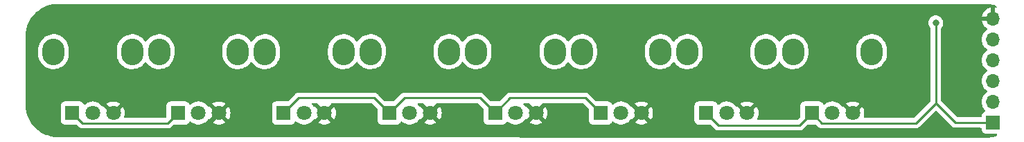
<source format=gbr>
%TF.GenerationSoftware,KiCad,Pcbnew,(7.0.0)*%
%TF.CreationDate,2023-08-09T19:52:53-07:00*%
%TF.ProjectId,8-pots-1-mux,382d706f-7473-42d3-912d-6d75782e6b69,rev?*%
%TF.SameCoordinates,Original*%
%TF.FileFunction,Copper,L2,Bot*%
%TF.FilePolarity,Positive*%
%FSLAX46Y46*%
G04 Gerber Fmt 4.6, Leading zero omitted, Abs format (unit mm)*
G04 Created by KiCad (PCBNEW (7.0.0)) date 2023-08-09 19:52:53*
%MOMM*%
%LPD*%
G01*
G04 APERTURE LIST*
%TA.AperFunction,ComponentPad*%
%ADD10O,2.720000X3.240000*%
%TD*%
%TA.AperFunction,ComponentPad*%
%ADD11R,1.800000X1.800000*%
%TD*%
%TA.AperFunction,ComponentPad*%
%ADD12C,1.800000*%
%TD*%
%TA.AperFunction,ComponentPad*%
%ADD13R,1.700000X1.700000*%
%TD*%
%TA.AperFunction,ComponentPad*%
%ADD14O,1.700000X1.700000*%
%TD*%
%TA.AperFunction,ViaPad*%
%ADD15C,0.800000*%
%TD*%
%TA.AperFunction,Conductor*%
%ADD16C,0.250000*%
%TD*%
G04 APERTURE END LIST*
D10*
%TO.P,RV5,*%
%TO.N,*%
X143989999Y-31479999D03*
X153589999Y-31479999D03*
D11*
%TO.P,RV5,1,1*%
%TO.N,+3V3*%
X146289999Y-38979999D03*
D12*
%TO.P,RV5,2,2*%
%TO.N,MUX_IN_5*%
X148790000Y-38980000D03*
%TO.P,RV5,3,3*%
%TO.N,GND*%
X151290000Y-38980000D03*
%TD*%
D10*
%TO.P,RV6,*%
%TO.N,*%
X156879999Y-31479999D03*
X166479999Y-31479999D03*
D11*
%TO.P,RV6,1,1*%
%TO.N,+3V3*%
X159179999Y-38979999D03*
D12*
%TO.P,RV6,2,2*%
%TO.N,MUX_IN_6*%
X161680000Y-38980000D03*
%TO.P,RV6,3,3*%
%TO.N,GND*%
X164180000Y-38980000D03*
%TD*%
D10*
%TO.P,RV1,*%
%TO.N,*%
X92339999Y-31479999D03*
X101939999Y-31479999D03*
D11*
%TO.P,RV1,1,1*%
%TO.N,+3V3*%
X94639999Y-38979999D03*
D12*
%TO.P,RV1,2,2*%
%TO.N,MUX_IN_1*%
X97140000Y-38980000D03*
%TO.P,RV1,3,3*%
%TO.N,GND*%
X99640000Y-38980000D03*
%TD*%
D10*
%TO.P,RV7,*%
%TO.N,*%
X169779999Y-31479999D03*
X179379999Y-31479999D03*
D11*
%TO.P,RV7,1,1*%
%TO.N,+3V3*%
X172079999Y-38979999D03*
D12*
%TO.P,RV7,2,2*%
%TO.N,MUX_IN_7*%
X174580000Y-38980000D03*
%TO.P,RV7,3,3*%
%TO.N,GND*%
X177080000Y-38980000D03*
%TD*%
D10*
%TO.P,RV3,*%
%TO.N,*%
X118149999Y-31479999D03*
X127749999Y-31479999D03*
D11*
%TO.P,RV3,1,1*%
%TO.N,+3V3*%
X120449999Y-38979999D03*
D12*
%TO.P,RV3,2,2*%
%TO.N,MUX_IN_3*%
X122950000Y-38980000D03*
%TO.P,RV3,3,3*%
%TO.N,GND*%
X125450000Y-38980000D03*
%TD*%
D10*
%TO.P,RV8,*%
%TO.N,*%
X182699999Y-31479999D03*
X192299999Y-31479999D03*
D11*
%TO.P,RV8,1,1*%
%TO.N,+3V3*%
X184999999Y-38979999D03*
D12*
%TO.P,RV8,2,2*%
%TO.N,MUX_IN_8*%
X187500000Y-38980000D03*
%TO.P,RV8,3,3*%
%TO.N,GND*%
X190000000Y-38980000D03*
%TD*%
D10*
%TO.P,RV4,*%
%TO.N,*%
X131059999Y-31479999D03*
X140659999Y-31479999D03*
D11*
%TO.P,RV4,1,1*%
%TO.N,+3V3*%
X133359999Y-38979999D03*
D12*
%TO.P,RV4,2,2*%
%TO.N,MUX_IN_4*%
X135860000Y-38980000D03*
%TO.P,RV4,3,3*%
%TO.N,GND*%
X138360000Y-38980000D03*
%TD*%
D13*
%TO.P,J1,1,Pin_1*%
%TO.N,+3V3*%
X207119999Y-40149999D03*
D14*
%TO.P,J1,2,Pin_2*%
%TO.N,CHANNEL_SELECT_A*%
X207119999Y-37609999D03*
%TO.P,J1,3,Pin_3*%
%TO.N,CHANNEL_SELECT_B*%
X207119999Y-35069999D03*
%TO.P,J1,4,Pin_4*%
%TO.N,CHANNEL_SELECT_C*%
X207119999Y-32529999D03*
%TO.P,J1,5,Pin_5*%
%TO.N,MUX_OUT*%
X207119999Y-29989999D03*
%TO.P,J1,6,Pin_6*%
%TO.N,GND*%
X207119999Y-27449999D03*
%TD*%
D10*
%TO.P,RV2,*%
%TO.N,*%
X105239999Y-31479999D03*
X114839999Y-31479999D03*
D11*
%TO.P,RV2,1,1*%
%TO.N,+3V3*%
X107539999Y-38979999D03*
D12*
%TO.P,RV2,2,2*%
%TO.N,MUX_IN_2*%
X110040000Y-38980000D03*
%TO.P,RV2,3,3*%
%TO.N,GND*%
X112540000Y-38980000D03*
%TD*%
D15*
%TO.N,+3V3*%
X200150000Y-27960000D03*
%TD*%
D16*
%TO.N,+3V3*%
X106314700Y-40205300D02*
X107540000Y-38980000D01*
X186224511Y-40204511D02*
X197695489Y-40204511D01*
X202550000Y-40150000D02*
X200150000Y-37750000D01*
X94640000Y-38980000D02*
X95865300Y-40205300D01*
X207120000Y-40150000D02*
X202550000Y-40150000D01*
X133360000Y-38980000D02*
X135200000Y-37140000D01*
X135200000Y-37140000D02*
X144450000Y-37140000D01*
X200150000Y-37750000D02*
X200150000Y-27960000D01*
X172080000Y-38980000D02*
X173570000Y-40470000D01*
X148130000Y-37140000D02*
X146290000Y-38980000D01*
X197695489Y-40204511D02*
X200150000Y-37750000D01*
X120450000Y-38980000D02*
X122300000Y-37130000D01*
X173570000Y-40470000D02*
X183510000Y-40470000D01*
X95865300Y-40205300D02*
X106314700Y-40205300D01*
X144450000Y-37140000D02*
X146290000Y-38980000D01*
X159180000Y-38980000D02*
X157340000Y-37140000D01*
X185000000Y-38980000D02*
X186224511Y-40204511D01*
X131510000Y-37130000D02*
X133360000Y-38980000D01*
X157340000Y-37140000D02*
X148130000Y-37140000D01*
X183510000Y-40470000D02*
X185000000Y-38980000D01*
X122300000Y-37130000D02*
X131510000Y-37130000D01*
%TD*%
%TA.AperFunction,Conductor*%
%TO.N,GND*%
G36*
X206635923Y-25680498D02*
G01*
X206644084Y-25680767D01*
X206723648Y-25685982D01*
X206901461Y-25698699D01*
X206917024Y-25700796D01*
X207028397Y-25722949D01*
X207030394Y-25723364D01*
X207170143Y-25753765D01*
X207183806Y-25757557D01*
X207297737Y-25796232D01*
X207301067Y-25797417D01*
X207428725Y-25845031D01*
X207440393Y-25850070D01*
X207477803Y-25868518D01*
X207521824Y-25890228D01*
X207573978Y-25938141D01*
X207592048Y-26006619D01*
X207570325Y-26074027D01*
X207515672Y-26119069D01*
X207445355Y-26127515D01*
X207387538Y-26117867D01*
X207376401Y-26118443D01*
X207374000Y-26129336D01*
X207374000Y-27578000D01*
X207357119Y-27641000D01*
X207311000Y-27687119D01*
X207248000Y-27704000D01*
X205797840Y-27704000D01*
X205786751Y-27706565D01*
X205786986Y-27717943D01*
X205829900Y-27887408D01*
X205833270Y-27897223D01*
X205919488Y-28093778D01*
X205924431Y-28102913D01*
X206041822Y-28282593D01*
X206048210Y-28290799D01*
X206193567Y-28448700D01*
X206201211Y-28455737D01*
X206370588Y-28587568D01*
X206379281Y-28593247D01*
X206408206Y-28608901D01*
X206456478Y-28655217D01*
X206474237Y-28719715D01*
X206456478Y-28784212D01*
X206408207Y-28830528D01*
X206396701Y-28836755D01*
X206379000Y-28846334D01*
X206378994Y-28846337D01*
X206374424Y-28848811D01*
X206370313Y-28852010D01*
X206370311Y-28852012D01*
X206200878Y-28983888D01*
X206200872Y-28983893D01*
X206196760Y-28987094D01*
X206193237Y-28990919D01*
X206193227Y-28990930D01*
X206047806Y-29148899D01*
X206047802Y-29148902D01*
X206044278Y-29152732D01*
X206041430Y-29157090D01*
X206041427Y-29157095D01*
X205975521Y-29257972D01*
X205921140Y-29341209D01*
X205919048Y-29345978D01*
X205919046Y-29345982D01*
X205832799Y-29542606D01*
X205832796Y-29542614D01*
X205830704Y-29547384D01*
X205829423Y-29552440D01*
X205829422Y-29552445D01*
X205792247Y-29699246D01*
X205775436Y-29765632D01*
X205775006Y-29770820D01*
X205775005Y-29770827D01*
X205758218Y-29973418D01*
X205756844Y-29990000D01*
X205757274Y-29995189D01*
X205773439Y-30190278D01*
X205775436Y-30214368D01*
X205830704Y-30432616D01*
X205832797Y-30437389D01*
X205832799Y-30437393D01*
X205880684Y-30546560D01*
X205921140Y-30638791D01*
X206044278Y-30827268D01*
X206047806Y-30831100D01*
X206193227Y-30989069D01*
X206193231Y-30989073D01*
X206196760Y-30992906D01*
X206374424Y-31131189D01*
X206379002Y-31133666D01*
X206379009Y-31133671D01*
X206407680Y-31149187D01*
X206455951Y-31195503D01*
X206473710Y-31260000D01*
X206455951Y-31324497D01*
X206407680Y-31370813D01*
X206379009Y-31386328D01*
X206378993Y-31386338D01*
X206374424Y-31388811D01*
X206370313Y-31392010D01*
X206370311Y-31392012D01*
X206200878Y-31523888D01*
X206200872Y-31523893D01*
X206196760Y-31527094D01*
X206193237Y-31530919D01*
X206193227Y-31530930D01*
X206047806Y-31688899D01*
X206047802Y-31688902D01*
X206044278Y-31692732D01*
X206041430Y-31697090D01*
X206041427Y-31697095D01*
X205923992Y-31876843D01*
X205921140Y-31881209D01*
X205919048Y-31885978D01*
X205919046Y-31885982D01*
X205832799Y-32082606D01*
X205832796Y-32082614D01*
X205830704Y-32087384D01*
X205829423Y-32092440D01*
X205829422Y-32092445D01*
X205821380Y-32124204D01*
X205775436Y-32305632D01*
X205775006Y-32310820D01*
X205775005Y-32310827D01*
X205757909Y-32517147D01*
X205756844Y-32530000D01*
X205758023Y-32544236D01*
X205774828Y-32747040D01*
X205775436Y-32754368D01*
X205830704Y-32972616D01*
X205832797Y-32977389D01*
X205832799Y-32977393D01*
X205880135Y-33085309D01*
X205921140Y-33178791D01*
X206044278Y-33367268D01*
X206094727Y-33422069D01*
X206193227Y-33529069D01*
X206193231Y-33529073D01*
X206196760Y-33532906D01*
X206374424Y-33671189D01*
X206379002Y-33673666D01*
X206379009Y-33673671D01*
X206407680Y-33689187D01*
X206455951Y-33735503D01*
X206473710Y-33800000D01*
X206455951Y-33864497D01*
X206407680Y-33910813D01*
X206379009Y-33926328D01*
X206378993Y-33926338D01*
X206374424Y-33928811D01*
X206370313Y-33932010D01*
X206370311Y-33932012D01*
X206200878Y-34063888D01*
X206200872Y-34063893D01*
X206196760Y-34067094D01*
X206193237Y-34070919D01*
X206193227Y-34070930D01*
X206047806Y-34228899D01*
X206047802Y-34228902D01*
X206044278Y-34232732D01*
X206041430Y-34237090D01*
X206041427Y-34237095D01*
X205923992Y-34416843D01*
X205921140Y-34421209D01*
X205919048Y-34425978D01*
X205919046Y-34425982D01*
X205832799Y-34622606D01*
X205832796Y-34622614D01*
X205830704Y-34627384D01*
X205829423Y-34632440D01*
X205829422Y-34632445D01*
X205821380Y-34664204D01*
X205775436Y-34845632D01*
X205775006Y-34850820D01*
X205775005Y-34850827D01*
X205757909Y-35057147D01*
X205756844Y-35070000D01*
X205775436Y-35294368D01*
X205830704Y-35512616D01*
X205832797Y-35517389D01*
X205832799Y-35517393D01*
X205908147Y-35689170D01*
X205921140Y-35718791D01*
X206044278Y-35907268D01*
X206047806Y-35911100D01*
X206193227Y-36069069D01*
X206193231Y-36069073D01*
X206196760Y-36072906D01*
X206374424Y-36211189D01*
X206407680Y-36229186D01*
X206455950Y-36275499D01*
X206473710Y-36339996D01*
X206455953Y-36404494D01*
X206407683Y-36450811D01*
X206379005Y-36466331D01*
X206378997Y-36466336D01*
X206374424Y-36468811D01*
X206370313Y-36472010D01*
X206370311Y-36472012D01*
X206200878Y-36603888D01*
X206200872Y-36603893D01*
X206196760Y-36607094D01*
X206193237Y-36610919D01*
X206193227Y-36610930D01*
X206047806Y-36768899D01*
X206047802Y-36768902D01*
X206044278Y-36772732D01*
X206041430Y-36777090D01*
X206041427Y-36777095D01*
X205923992Y-36956843D01*
X205921140Y-36961209D01*
X205919048Y-36965978D01*
X205919046Y-36965982D01*
X205832799Y-37162606D01*
X205832796Y-37162614D01*
X205830704Y-37167384D01*
X205829423Y-37172440D01*
X205829422Y-37172445D01*
X205821380Y-37204204D01*
X205775436Y-37385632D01*
X205775006Y-37390820D01*
X205775005Y-37390827D01*
X205767316Y-37483623D01*
X205756844Y-37610000D01*
X205757274Y-37615189D01*
X205774790Y-37826582D01*
X205775436Y-37834368D01*
X205830704Y-38052616D01*
X205832797Y-38057389D01*
X205832799Y-38057393D01*
X205888289Y-38183897D01*
X205921140Y-38258791D01*
X206044278Y-38447268D01*
X206112239Y-38521093D01*
X206187474Y-38602819D01*
X206216711Y-38656423D01*
X206217314Y-38717478D01*
X206189140Y-38771648D01*
X206138807Y-38806212D01*
X206032240Y-38845960D01*
X206032231Y-38845964D01*
X206023796Y-38849111D01*
X206016588Y-38854506D01*
X206016582Y-38854510D01*
X205913950Y-38931340D01*
X205913946Y-38931343D01*
X205906739Y-38936739D01*
X205901343Y-38943946D01*
X205901340Y-38943950D01*
X205824510Y-39046582D01*
X205824506Y-39046588D01*
X205819111Y-39053796D01*
X205815965Y-39062230D01*
X205815962Y-39062236D01*
X205770763Y-39183419D01*
X205770761Y-39183423D01*
X205768011Y-39190799D01*
X205767169Y-39198625D01*
X205767168Y-39198632D01*
X205765664Y-39212626D01*
X205761500Y-39251362D01*
X205761500Y-39254731D01*
X205761500Y-39390500D01*
X205744619Y-39453500D01*
X205698500Y-39499619D01*
X205635500Y-39516500D01*
X202864594Y-39516500D01*
X202816376Y-39506909D01*
X202775499Y-39479595D01*
X200820405Y-37524500D01*
X200793091Y-37483623D01*
X200783500Y-37435405D01*
X200783500Y-28662524D01*
X200791869Y-28617370D01*
X200815861Y-28578216D01*
X200889040Y-28496944D01*
X200984527Y-28331556D01*
X201043542Y-28149928D01*
X201063504Y-27960000D01*
X201043542Y-27770072D01*
X200984527Y-27588444D01*
X200889040Y-27423056D01*
X200761253Y-27281134D01*
X200755911Y-27277253D01*
X200755908Y-27277250D01*
X200672649Y-27216759D01*
X200640545Y-27193434D01*
X205786751Y-27193434D01*
X205797840Y-27196000D01*
X206849410Y-27196000D01*
X206862493Y-27192493D01*
X206866000Y-27179410D01*
X206866000Y-26129336D01*
X206863598Y-26118443D01*
X206852461Y-26117867D01*
X206790627Y-26128185D01*
X206780557Y-26130735D01*
X206577559Y-26200424D01*
X206568042Y-26204599D01*
X206379281Y-26306752D01*
X206370588Y-26312431D01*
X206201211Y-26444262D01*
X206193567Y-26451299D01*
X206048210Y-26609200D01*
X206041822Y-26617406D01*
X205924431Y-26797086D01*
X205919488Y-26806221D01*
X205833270Y-27002776D01*
X205829900Y-27012591D01*
X205786986Y-27182056D01*
X205786751Y-27193434D01*
X200640545Y-27193434D01*
X200606752Y-27168882D01*
X200432288Y-27091206D01*
X200425835Y-27089834D01*
X200425831Y-27089833D01*
X200251943Y-27052872D01*
X200251940Y-27052871D01*
X200245487Y-27051500D01*
X200054513Y-27051500D01*
X200048060Y-27052871D01*
X200048056Y-27052872D01*
X199874168Y-27089833D01*
X199874161Y-27089835D01*
X199867712Y-27091206D01*
X199861682Y-27093890D01*
X199861681Y-27093891D01*
X199699278Y-27166197D01*
X199699275Y-27166198D01*
X199693248Y-27168882D01*
X199687907Y-27172762D01*
X199687906Y-27172763D01*
X199544091Y-27277250D01*
X199544083Y-27277256D01*
X199538747Y-27281134D01*
X199534330Y-27286039D01*
X199534325Y-27286044D01*
X199415379Y-27418148D01*
X199410960Y-27423056D01*
X199407661Y-27428769D01*
X199407658Y-27428774D01*
X199354105Y-27521531D01*
X199315473Y-27588444D01*
X199313434Y-27594718D01*
X199313430Y-27594728D01*
X199258497Y-27763794D01*
X199258495Y-27763801D01*
X199256458Y-27770072D01*
X199236496Y-27960000D01*
X199237186Y-27966565D01*
X199241686Y-28009385D01*
X199256458Y-28149928D01*
X199258495Y-28156200D01*
X199258497Y-28156205D01*
X199313430Y-28325271D01*
X199313433Y-28325278D01*
X199315473Y-28331556D01*
X199410960Y-28496944D01*
X199484138Y-28578216D01*
X199508131Y-28617370D01*
X199516500Y-28662524D01*
X199516500Y-37435406D01*
X199506909Y-37483624D01*
X199479595Y-37524501D01*
X197469989Y-39534106D01*
X197429112Y-39561420D01*
X197380894Y-39571011D01*
X191464665Y-39571011D01*
X191409326Y-39558208D01*
X191365233Y-39522402D01*
X191341347Y-39470868D01*
X191342521Y-39414080D01*
X191392275Y-39217602D01*
X191393987Y-39207348D01*
X191412396Y-38985189D01*
X191412396Y-38974811D01*
X191393987Y-38752651D01*
X191392275Y-38742397D01*
X191337554Y-38526308D01*
X191334181Y-38516483D01*
X191244637Y-38312344D01*
X191239690Y-38303203D01*
X191166890Y-38191773D01*
X191158796Y-38183926D01*
X191149262Y-38189947D01*
X190089094Y-39250115D01*
X190032610Y-39282727D01*
X189967388Y-39282727D01*
X189910904Y-39250115D01*
X188850736Y-38189947D01*
X188841156Y-38183897D01*
X188794414Y-38212530D01*
X188739688Y-38218526D01*
X188687629Y-38200615D01*
X188648177Y-38162218D01*
X188618164Y-38116280D01*
X188615314Y-38111917D01*
X188538073Y-38028011D01*
X188460752Y-37944018D01*
X188460747Y-37944013D01*
X188457220Y-37940182D01*
X188430974Y-37919754D01*
X188302600Y-37819835D01*
X189204581Y-37819835D01*
X189211349Y-37832138D01*
X189988270Y-38609059D01*
X189999999Y-38615831D01*
X190011730Y-38609058D01*
X190788650Y-37832137D01*
X190795417Y-37819836D01*
X190787179Y-37808465D01*
X190776856Y-37800430D01*
X190768161Y-37794749D01*
X190572111Y-37688653D01*
X190562594Y-37684478D01*
X190351758Y-37612098D01*
X190341688Y-37609548D01*
X190121807Y-37572857D01*
X190111459Y-37572000D01*
X189888541Y-37572000D01*
X189878192Y-37572857D01*
X189658311Y-37609548D01*
X189648241Y-37612098D01*
X189437405Y-37684478D01*
X189427888Y-37688653D01*
X189231835Y-37794751D01*
X189223150Y-37800425D01*
X189212817Y-37808467D01*
X189204581Y-37819835D01*
X188302600Y-37819835D01*
X188277130Y-37800011D01*
X188277127Y-37800009D01*
X188273017Y-37796810D01*
X188268438Y-37794332D01*
X188268435Y-37794330D01*
X188072312Y-37688194D01*
X188072309Y-37688192D01*
X188067727Y-37685713D01*
X188062799Y-37684021D01*
X188062794Y-37684019D01*
X187851881Y-37611612D01*
X187851875Y-37611610D01*
X187846951Y-37609920D01*
X187841814Y-37609062D01*
X187841811Y-37609062D01*
X187621849Y-37572357D01*
X187621846Y-37572356D01*
X187616712Y-37571500D01*
X187383288Y-37571500D01*
X187378154Y-37572356D01*
X187378150Y-37572357D01*
X187158188Y-37609062D01*
X187158182Y-37609063D01*
X187153049Y-37609920D01*
X187148127Y-37611609D01*
X187148118Y-37611612D01*
X186937205Y-37684019D01*
X186937196Y-37684022D01*
X186932273Y-37685713D01*
X186927694Y-37688190D01*
X186927687Y-37688194D01*
X186731564Y-37794330D01*
X186731556Y-37794335D01*
X186726983Y-37796810D01*
X186562989Y-37924453D01*
X186560274Y-37926566D01*
X186506999Y-37950805D01*
X186448521Y-37948358D01*
X186397457Y-37919754D01*
X186364827Y-37871165D01*
X186354039Y-37842239D01*
X186354036Y-37842233D01*
X186350889Y-37833796D01*
X186341074Y-37820685D01*
X186268659Y-37723950D01*
X186263261Y-37716739D01*
X186225743Y-37688653D01*
X186153417Y-37634510D01*
X186153414Y-37634508D01*
X186146204Y-37629111D01*
X186137766Y-37625964D01*
X186137763Y-37625962D01*
X186016580Y-37580763D01*
X186016578Y-37580762D01*
X186009201Y-37578011D01*
X186001373Y-37577169D01*
X186001367Y-37577168D01*
X185951988Y-37571860D01*
X185951985Y-37571859D01*
X185948638Y-37571500D01*
X184051362Y-37571500D01*
X184048015Y-37571859D01*
X184048011Y-37571860D01*
X183998632Y-37577168D01*
X183998625Y-37577169D01*
X183990799Y-37578011D01*
X183983423Y-37580761D01*
X183983419Y-37580763D01*
X183862236Y-37625962D01*
X183862230Y-37625965D01*
X183853796Y-37629111D01*
X183846588Y-37634506D01*
X183846582Y-37634510D01*
X183743950Y-37711340D01*
X183743946Y-37711343D01*
X183736739Y-37716739D01*
X183731343Y-37723946D01*
X183731340Y-37723950D01*
X183654510Y-37826582D01*
X183654506Y-37826588D01*
X183649111Y-37833796D01*
X183645965Y-37842230D01*
X183645962Y-37842236D01*
X183600763Y-37963419D01*
X183600761Y-37963423D01*
X183598011Y-37970799D01*
X183597169Y-37978625D01*
X183597168Y-37978632D01*
X183594671Y-38001862D01*
X183591500Y-38031362D01*
X183591500Y-38034731D01*
X183591500Y-39440405D01*
X183581909Y-39488623D01*
X183554595Y-39529500D01*
X183284500Y-39799595D01*
X183243623Y-39826909D01*
X183195405Y-39836500D01*
X178433896Y-39836500D01*
X178371651Y-39820051D01*
X178325657Y-39775000D01*
X178307923Y-39713108D01*
X178322613Y-39652461D01*
X178322543Y-39652431D01*
X178322717Y-39652034D01*
X178323080Y-39650536D01*
X178324633Y-39647664D01*
X178414181Y-39443516D01*
X178417554Y-39433691D01*
X178472275Y-39217602D01*
X178473987Y-39207348D01*
X178492396Y-38985189D01*
X178492396Y-38974811D01*
X178473987Y-38752651D01*
X178472275Y-38742397D01*
X178417554Y-38526308D01*
X178414181Y-38516483D01*
X178324637Y-38312344D01*
X178319690Y-38303203D01*
X178246890Y-38191773D01*
X178238796Y-38183926D01*
X178229262Y-38189947D01*
X177169094Y-39250115D01*
X177112610Y-39282727D01*
X177047388Y-39282727D01*
X176990904Y-39250115D01*
X175930736Y-38189947D01*
X175921156Y-38183897D01*
X175874414Y-38212530D01*
X175819688Y-38218526D01*
X175767629Y-38200615D01*
X175728177Y-38162218D01*
X175698164Y-38116280D01*
X175695314Y-38111917D01*
X175618073Y-38028011D01*
X175540752Y-37944018D01*
X175540747Y-37944013D01*
X175537220Y-37940182D01*
X175510974Y-37919754D01*
X175382600Y-37819835D01*
X176284581Y-37819835D01*
X176291349Y-37832138D01*
X177068270Y-38609059D01*
X177079999Y-38615831D01*
X177091730Y-38609058D01*
X177868650Y-37832137D01*
X177875417Y-37819836D01*
X177867179Y-37808465D01*
X177856856Y-37800430D01*
X177848161Y-37794749D01*
X177652111Y-37688653D01*
X177642594Y-37684478D01*
X177431758Y-37612098D01*
X177421688Y-37609548D01*
X177201807Y-37572857D01*
X177191459Y-37572000D01*
X176968541Y-37572000D01*
X176958192Y-37572857D01*
X176738311Y-37609548D01*
X176728241Y-37612098D01*
X176517405Y-37684478D01*
X176507888Y-37688653D01*
X176311835Y-37794751D01*
X176303150Y-37800425D01*
X176292817Y-37808467D01*
X176284581Y-37819835D01*
X175382600Y-37819835D01*
X175357130Y-37800011D01*
X175357127Y-37800009D01*
X175353017Y-37796810D01*
X175348438Y-37794332D01*
X175348435Y-37794330D01*
X175152312Y-37688194D01*
X175152309Y-37688192D01*
X175147727Y-37685713D01*
X175142799Y-37684021D01*
X175142794Y-37684019D01*
X174931881Y-37611612D01*
X174931875Y-37611610D01*
X174926951Y-37609920D01*
X174921814Y-37609062D01*
X174921811Y-37609062D01*
X174701849Y-37572357D01*
X174701846Y-37572356D01*
X174696712Y-37571500D01*
X174463288Y-37571500D01*
X174458154Y-37572356D01*
X174458150Y-37572357D01*
X174238188Y-37609062D01*
X174238182Y-37609063D01*
X174233049Y-37609920D01*
X174228127Y-37611609D01*
X174228118Y-37611612D01*
X174017205Y-37684019D01*
X174017196Y-37684022D01*
X174012273Y-37685713D01*
X174007694Y-37688190D01*
X174007687Y-37688194D01*
X173811564Y-37794330D01*
X173811556Y-37794335D01*
X173806983Y-37796810D01*
X173642989Y-37924453D01*
X173640274Y-37926566D01*
X173586999Y-37950805D01*
X173528521Y-37948358D01*
X173477457Y-37919754D01*
X173444827Y-37871165D01*
X173434039Y-37842239D01*
X173434036Y-37842233D01*
X173430889Y-37833796D01*
X173421074Y-37820685D01*
X173348659Y-37723950D01*
X173343261Y-37716739D01*
X173305743Y-37688653D01*
X173233417Y-37634510D01*
X173233414Y-37634508D01*
X173226204Y-37629111D01*
X173217766Y-37625964D01*
X173217763Y-37625962D01*
X173096580Y-37580763D01*
X173096578Y-37580762D01*
X173089201Y-37578011D01*
X173081373Y-37577169D01*
X173081367Y-37577168D01*
X173031988Y-37571860D01*
X173031985Y-37571859D01*
X173028638Y-37571500D01*
X171131362Y-37571500D01*
X171128015Y-37571859D01*
X171128011Y-37571860D01*
X171078632Y-37577168D01*
X171078625Y-37577169D01*
X171070799Y-37578011D01*
X171063423Y-37580761D01*
X171063419Y-37580763D01*
X170942236Y-37625962D01*
X170942230Y-37625965D01*
X170933796Y-37629111D01*
X170926588Y-37634506D01*
X170926582Y-37634510D01*
X170823950Y-37711340D01*
X170823946Y-37711343D01*
X170816739Y-37716739D01*
X170811343Y-37723946D01*
X170811340Y-37723950D01*
X170734510Y-37826582D01*
X170734506Y-37826588D01*
X170729111Y-37833796D01*
X170725965Y-37842230D01*
X170725962Y-37842236D01*
X170680763Y-37963419D01*
X170680761Y-37963423D01*
X170678011Y-37970799D01*
X170677169Y-37978625D01*
X170677168Y-37978632D01*
X170674671Y-38001862D01*
X170671500Y-38031362D01*
X170671500Y-39928638D01*
X170671859Y-39931985D01*
X170671860Y-39931988D01*
X170677168Y-39981367D01*
X170677169Y-39981373D01*
X170678011Y-39989201D01*
X170680762Y-39996578D01*
X170680763Y-39996580D01*
X170725962Y-40117763D01*
X170725963Y-40117764D01*
X170729111Y-40126204D01*
X170734508Y-40133414D01*
X170734510Y-40133417D01*
X170758341Y-40165251D01*
X170816739Y-40243261D01*
X170933796Y-40330889D01*
X171070799Y-40381989D01*
X171131362Y-40388500D01*
X172540406Y-40388500D01*
X172588624Y-40398091D01*
X172629501Y-40425405D01*
X173066342Y-40862246D01*
X173073884Y-40870533D01*
X173078000Y-40877018D01*
X173083779Y-40882444D01*
X173083780Y-40882446D01*
X173127667Y-40923658D01*
X173130508Y-40926412D01*
X173150230Y-40946134D01*
X173153414Y-40948604D01*
X173162437Y-40956309D01*
X173194679Y-40986586D01*
X173201628Y-40990406D01*
X173212429Y-40996344D01*
X173228959Y-41007202D01*
X173238694Y-41014754D01*
X173238697Y-41014756D01*
X173244959Y-41019613D01*
X173285536Y-41037172D01*
X173296171Y-41042381D01*
X173334940Y-41063695D01*
X173354566Y-41068734D01*
X173373259Y-41075134D01*
X173391855Y-41083181D01*
X173399686Y-41084421D01*
X173399689Y-41084422D01*
X173416128Y-41087025D01*
X173435525Y-41090097D01*
X173447125Y-41092498D01*
X173489970Y-41103500D01*
X173510224Y-41103500D01*
X173529934Y-41105050D01*
X173549943Y-41108220D01*
X173593961Y-41104058D01*
X173605819Y-41103500D01*
X183431233Y-41103500D01*
X183442416Y-41104027D01*
X183449909Y-41105702D01*
X183517985Y-41103562D01*
X183521945Y-41103500D01*
X183545894Y-41103500D01*
X183549856Y-41103500D01*
X183553856Y-41102994D01*
X183565699Y-41102061D01*
X183609889Y-41100673D01*
X183629333Y-41095023D01*
X183648702Y-41091012D01*
X183668797Y-41088474D01*
X183709915Y-41072193D01*
X183721117Y-41068357D01*
X183763593Y-41056018D01*
X183781039Y-41045699D01*
X183798769Y-41037013D01*
X183817617Y-41029552D01*
X183853387Y-41003561D01*
X183863298Y-40997051D01*
X183901362Y-40974542D01*
X183915688Y-40960215D01*
X183930717Y-40947378D01*
X183947107Y-40935472D01*
X183975298Y-40901393D01*
X183983268Y-40892634D01*
X184450499Y-40425404D01*
X184491377Y-40398091D01*
X184539595Y-40388500D01*
X185460405Y-40388500D01*
X185508623Y-40398091D01*
X185549500Y-40425405D01*
X185720858Y-40596763D01*
X185728397Y-40605046D01*
X185732511Y-40611529D01*
X185738290Y-40616955D01*
X185738291Y-40616957D01*
X185782162Y-40658154D01*
X185785004Y-40660909D01*
X185804741Y-40680646D01*
X185807871Y-40683074D01*
X185807943Y-40683130D01*
X185816951Y-40690824D01*
X185849190Y-40721097D01*
X185856138Y-40724916D01*
X185856140Y-40724918D01*
X185866937Y-40730854D01*
X185883461Y-40741708D01*
X185893205Y-40749266D01*
X185893208Y-40749268D01*
X185899470Y-40754125D01*
X185923266Y-40764422D01*
X185940046Y-40771683D01*
X185950711Y-40776908D01*
X185962702Y-40783500D01*
X185989451Y-40798206D01*
X186009071Y-40803243D01*
X186027763Y-40809641D01*
X186046366Y-40817692D01*
X186090036Y-40824608D01*
X186101636Y-40827009D01*
X186144481Y-40838011D01*
X186164735Y-40838011D01*
X186184445Y-40839561D01*
X186204454Y-40842731D01*
X186248472Y-40838569D01*
X186260330Y-40838011D01*
X197616722Y-40838011D01*
X197627905Y-40838538D01*
X197635398Y-40840213D01*
X197703474Y-40838073D01*
X197707434Y-40838011D01*
X197731383Y-40838011D01*
X197735345Y-40838011D01*
X197739345Y-40837505D01*
X197751188Y-40836572D01*
X197795378Y-40835184D01*
X197814822Y-40829534D01*
X197834191Y-40825523D01*
X197854286Y-40822985D01*
X197895404Y-40806704D01*
X197906606Y-40802868D01*
X197949082Y-40790529D01*
X197966528Y-40780210D01*
X197984258Y-40771524D01*
X198003106Y-40764063D01*
X198038876Y-40738072D01*
X198048787Y-40731562D01*
X198086851Y-40709053D01*
X198101177Y-40694726D01*
X198116206Y-40681889D01*
X198132596Y-40669983D01*
X198160783Y-40635908D01*
X198168761Y-40627141D01*
X200060908Y-38734995D01*
X200117388Y-38702386D01*
X200182610Y-38702386D01*
X200239094Y-38734998D01*
X202046342Y-40542246D01*
X202053884Y-40550533D01*
X202058000Y-40557018D01*
X202063779Y-40562444D01*
X202063780Y-40562446D01*
X202107667Y-40603658D01*
X202110509Y-40606413D01*
X202130231Y-40626135D01*
X202133359Y-40628561D01*
X202133360Y-40628562D01*
X202133414Y-40628604D01*
X202142446Y-40636317D01*
X202174679Y-40666586D01*
X202181624Y-40670404D01*
X202192430Y-40676345D01*
X202208956Y-40687201D01*
X202218690Y-40694751D01*
X202218692Y-40694752D01*
X202224960Y-40699614D01*
X202265530Y-40717170D01*
X202276186Y-40722390D01*
X202306158Y-40738867D01*
X202314940Y-40743695D01*
X202334566Y-40748734D01*
X202353259Y-40755134D01*
X202371855Y-40763181D01*
X202379686Y-40764421D01*
X202379689Y-40764422D01*
X202395823Y-40766977D01*
X202415525Y-40770097D01*
X202427125Y-40772498D01*
X202469970Y-40783500D01*
X202490224Y-40783500D01*
X202509934Y-40785050D01*
X202529943Y-40788220D01*
X202573961Y-40784058D01*
X202585819Y-40783500D01*
X205635500Y-40783500D01*
X205698500Y-40800381D01*
X205744619Y-40846500D01*
X205761500Y-40909500D01*
X205761500Y-41048638D01*
X205761859Y-41051985D01*
X205761860Y-41051988D01*
X205767168Y-41101367D01*
X205767169Y-41101373D01*
X205768011Y-41109201D01*
X205770762Y-41116578D01*
X205770763Y-41116580D01*
X205815962Y-41237763D01*
X205815964Y-41237766D01*
X205819111Y-41246204D01*
X205824508Y-41253414D01*
X205824510Y-41253417D01*
X205861575Y-41302929D01*
X205906739Y-41363261D01*
X206023796Y-41450889D01*
X206160799Y-41501989D01*
X206221362Y-41508500D01*
X207526052Y-41508500D01*
X207589571Y-41525682D01*
X207635766Y-41572542D01*
X207652039Y-41636301D01*
X207633951Y-41699568D01*
X207586435Y-41745089D01*
X207561031Y-41758960D01*
X207556375Y-41761377D01*
X207446190Y-41815713D01*
X207434496Y-41820762D01*
X207306952Y-41868334D01*
X207303420Y-41869592D01*
X207189621Y-41908221D01*
X207175902Y-41912029D01*
X207036281Y-41942400D01*
X207034081Y-41942858D01*
X206922827Y-41964988D01*
X206907233Y-41967088D01*
X206729865Y-41979772D01*
X206729118Y-41979823D01*
X206649933Y-41985013D01*
X206641638Y-41985283D01*
X92902900Y-41936513D01*
X92897135Y-41936379D01*
X92729095Y-41928610D01*
X92728728Y-41928592D01*
X92530206Y-41918834D01*
X92518984Y-41917778D01*
X92338576Y-41892612D01*
X92337496Y-41892456D01*
X92152709Y-41865046D01*
X92142350Y-41863063D01*
X91962376Y-41820734D01*
X91960608Y-41820305D01*
X91782095Y-41775590D01*
X91772669Y-41772834D01*
X91596224Y-41713696D01*
X91593817Y-41712863D01*
X91421710Y-41651283D01*
X91413264Y-41647912D01*
X91242438Y-41572485D01*
X91239461Y-41571124D01*
X91074806Y-41493249D01*
X91067365Y-41489422D01*
X90903947Y-41398399D01*
X90900483Y-41396397D01*
X90744539Y-41302929D01*
X90738108Y-41298805D01*
X90583595Y-41192961D01*
X90579744Y-41190215D01*
X90433884Y-41082037D01*
X90428448Y-41077770D01*
X90385841Y-41042390D01*
X90284266Y-40958043D01*
X90280203Y-40954518D01*
X90145661Y-40832576D01*
X90141197Y-40828325D01*
X90008694Y-40695822D01*
X90004429Y-40691343D01*
X89882511Y-40556827D01*
X89878936Y-40552706D01*
X89759226Y-40408547D01*
X89754977Y-40403135D01*
X89646799Y-40257275D01*
X89644054Y-40253425D01*
X89538197Y-40098894D01*
X89534072Y-40092463D01*
X89531897Y-40088835D01*
X89440613Y-39936535D01*
X89438611Y-39933071D01*
X89436142Y-39928638D01*
X93231500Y-39928638D01*
X93231859Y-39931985D01*
X93231860Y-39931988D01*
X93237168Y-39981367D01*
X93237169Y-39981373D01*
X93238011Y-39989201D01*
X93240762Y-39996578D01*
X93240763Y-39996580D01*
X93285962Y-40117763D01*
X93285963Y-40117764D01*
X93289111Y-40126204D01*
X93294508Y-40133414D01*
X93294510Y-40133417D01*
X93318341Y-40165251D01*
X93376739Y-40243261D01*
X93493796Y-40330889D01*
X93630799Y-40381989D01*
X93691362Y-40388500D01*
X95100405Y-40388500D01*
X95148623Y-40398091D01*
X95189500Y-40425405D01*
X95361647Y-40597552D01*
X95369186Y-40605835D01*
X95373300Y-40612318D01*
X95379079Y-40617744D01*
X95379080Y-40617746D01*
X95422951Y-40658943D01*
X95425793Y-40661698D01*
X95445530Y-40681435D01*
X95448660Y-40683863D01*
X95448732Y-40683919D01*
X95457740Y-40691613D01*
X95489979Y-40721886D01*
X95496927Y-40725705D01*
X95496929Y-40725707D01*
X95507726Y-40731643D01*
X95524250Y-40742497D01*
X95533994Y-40750055D01*
X95533997Y-40750057D01*
X95540259Y-40754914D01*
X95568136Y-40766977D01*
X95580835Y-40772472D01*
X95591500Y-40777697D01*
X95603072Y-40784059D01*
X95630240Y-40798995D01*
X95649860Y-40804032D01*
X95668552Y-40810430D01*
X95687155Y-40818481D01*
X95730825Y-40825397D01*
X95742425Y-40827798D01*
X95785270Y-40838800D01*
X95805524Y-40838800D01*
X95825234Y-40840350D01*
X95845243Y-40843520D01*
X95889261Y-40839358D01*
X95901119Y-40838800D01*
X106235933Y-40838800D01*
X106247116Y-40839327D01*
X106254609Y-40841002D01*
X106322685Y-40838862D01*
X106326645Y-40838800D01*
X106350594Y-40838800D01*
X106354556Y-40838800D01*
X106358556Y-40838294D01*
X106370399Y-40837361D01*
X106414589Y-40835973D01*
X106434033Y-40830323D01*
X106453402Y-40826312D01*
X106473497Y-40823774D01*
X106514615Y-40807493D01*
X106525817Y-40803657D01*
X106568293Y-40791318D01*
X106585739Y-40780999D01*
X106603469Y-40772313D01*
X106622317Y-40764852D01*
X106658087Y-40738861D01*
X106667998Y-40732351D01*
X106706062Y-40709842D01*
X106720388Y-40695515D01*
X106735417Y-40682678D01*
X106751807Y-40670772D01*
X106779998Y-40636693D01*
X106787968Y-40627934D01*
X106990499Y-40425404D01*
X107031377Y-40398091D01*
X107079595Y-40388500D01*
X108485269Y-40388500D01*
X108488638Y-40388500D01*
X108549201Y-40381989D01*
X108686204Y-40330889D01*
X108803261Y-40243261D01*
X108890889Y-40126204D01*
X108904828Y-40088831D01*
X108937457Y-40040245D01*
X108988521Y-40011641D01*
X109046999Y-40009194D01*
X109100273Y-40033433D01*
X109266983Y-40163190D01*
X109472273Y-40274287D01*
X109693049Y-40350080D01*
X109923288Y-40388500D01*
X110151501Y-40388500D01*
X110156712Y-40388500D01*
X110386951Y-40350080D01*
X110607727Y-40274287D01*
X110813017Y-40163190D01*
X110842602Y-40140163D01*
X111744581Y-40140163D01*
X111752817Y-40151531D01*
X111763147Y-40159572D01*
X111771836Y-40165249D01*
X111967888Y-40271346D01*
X111977405Y-40275521D01*
X112188241Y-40347901D01*
X112198311Y-40350451D01*
X112418192Y-40387142D01*
X112428541Y-40388000D01*
X112651459Y-40388000D01*
X112661807Y-40387142D01*
X112881688Y-40350451D01*
X112891758Y-40347901D01*
X113102594Y-40275521D01*
X113112111Y-40271346D01*
X113308159Y-40165251D01*
X113316855Y-40159569D01*
X113327181Y-40151532D01*
X113335417Y-40140162D01*
X113328651Y-40127862D01*
X113129427Y-39928638D01*
X119041500Y-39928638D01*
X119041859Y-39931985D01*
X119041860Y-39931988D01*
X119047168Y-39981367D01*
X119047169Y-39981373D01*
X119048011Y-39989201D01*
X119050762Y-39996578D01*
X119050763Y-39996580D01*
X119095962Y-40117763D01*
X119095963Y-40117764D01*
X119099111Y-40126204D01*
X119104508Y-40133414D01*
X119104510Y-40133417D01*
X119128341Y-40165251D01*
X119186739Y-40243261D01*
X119303796Y-40330889D01*
X119440799Y-40381989D01*
X119501362Y-40388500D01*
X121395269Y-40388500D01*
X121398638Y-40388500D01*
X121459201Y-40381989D01*
X121596204Y-40330889D01*
X121713261Y-40243261D01*
X121800889Y-40126204D01*
X121814828Y-40088831D01*
X121847457Y-40040245D01*
X121898521Y-40011641D01*
X121956999Y-40009194D01*
X122010273Y-40033433D01*
X122176983Y-40163190D01*
X122382273Y-40274287D01*
X122603049Y-40350080D01*
X122833288Y-40388500D01*
X123061501Y-40388500D01*
X123066712Y-40388500D01*
X123296951Y-40350080D01*
X123517727Y-40274287D01*
X123723017Y-40163190D01*
X123752602Y-40140163D01*
X124654581Y-40140163D01*
X124662817Y-40151531D01*
X124673147Y-40159572D01*
X124681836Y-40165249D01*
X124877888Y-40271346D01*
X124887405Y-40275521D01*
X125098241Y-40347901D01*
X125108311Y-40350451D01*
X125328192Y-40387142D01*
X125338541Y-40388000D01*
X125561459Y-40388000D01*
X125571807Y-40387142D01*
X125791688Y-40350451D01*
X125801758Y-40347901D01*
X126012594Y-40275521D01*
X126022111Y-40271346D01*
X126218159Y-40165251D01*
X126226855Y-40159569D01*
X126237181Y-40151532D01*
X126245417Y-40140162D01*
X126238651Y-40127862D01*
X125461730Y-39350940D01*
X125449999Y-39344167D01*
X125438270Y-39350939D01*
X124661350Y-40127859D01*
X124654581Y-40140163D01*
X123752602Y-40140163D01*
X123907220Y-40019818D01*
X124065314Y-39848083D01*
X124098181Y-39797775D01*
X124137631Y-39759382D01*
X124189692Y-39741472D01*
X124244419Y-39747469D01*
X124291156Y-39776101D01*
X124300735Y-39770052D01*
X125079058Y-38991730D01*
X125085831Y-38979999D01*
X125814167Y-38979999D01*
X125820940Y-38991730D01*
X126599263Y-39770052D01*
X126608797Y-39776072D01*
X126616888Y-39768228D01*
X126689693Y-39656792D01*
X126694636Y-39647657D01*
X126784181Y-39443516D01*
X126787554Y-39433691D01*
X126842275Y-39217602D01*
X126843987Y-39207348D01*
X126862396Y-38985189D01*
X126862396Y-38974811D01*
X126843987Y-38752651D01*
X126842275Y-38742397D01*
X126787554Y-38526308D01*
X126784181Y-38516483D01*
X126694637Y-38312344D01*
X126689690Y-38303203D01*
X126616890Y-38191773D01*
X126608796Y-38183926D01*
X126599262Y-38189947D01*
X125820939Y-38968270D01*
X125814167Y-38979999D01*
X125085831Y-38979999D01*
X125079059Y-38968270D01*
X124300736Y-38189947D01*
X124291156Y-38183897D01*
X124244414Y-38212530D01*
X124189688Y-38218526D01*
X124137629Y-38200615D01*
X124098177Y-38162218D01*
X124068164Y-38116280D01*
X124065314Y-38111917D01*
X123939122Y-37974837D01*
X123910769Y-37924453D01*
X123907902Y-37866709D01*
X123931126Y-37813764D01*
X123975551Y-37776764D01*
X124031824Y-37763500D01*
X124549098Y-37763500D01*
X124613222Y-37781038D01*
X124659496Y-37828768D01*
X124661350Y-37832139D01*
X125438270Y-38609059D01*
X125449999Y-38615831D01*
X125461730Y-38609058D01*
X126238650Y-37832137D01*
X126240504Y-37828768D01*
X126286778Y-37781038D01*
X126350902Y-37763500D01*
X131195406Y-37763500D01*
X131243624Y-37773091D01*
X131284501Y-37800405D01*
X131914595Y-38430499D01*
X131941909Y-38471376D01*
X131951500Y-38519594D01*
X131951500Y-39928638D01*
X131951859Y-39931985D01*
X131951860Y-39931988D01*
X131957168Y-39981367D01*
X131957169Y-39981373D01*
X131958011Y-39989201D01*
X131960762Y-39996578D01*
X131960763Y-39996580D01*
X132005962Y-40117763D01*
X132005963Y-40117764D01*
X132009111Y-40126204D01*
X132014508Y-40133414D01*
X132014510Y-40133417D01*
X132038341Y-40165251D01*
X132096739Y-40243261D01*
X132213796Y-40330889D01*
X132350799Y-40381989D01*
X132411362Y-40388500D01*
X134305269Y-40388500D01*
X134308638Y-40388500D01*
X134369201Y-40381989D01*
X134506204Y-40330889D01*
X134623261Y-40243261D01*
X134710889Y-40126204D01*
X134724828Y-40088831D01*
X134757457Y-40040245D01*
X134808521Y-40011641D01*
X134866999Y-40009194D01*
X134920273Y-40033433D01*
X135086983Y-40163190D01*
X135292273Y-40274287D01*
X135513049Y-40350080D01*
X135743288Y-40388500D01*
X135971501Y-40388500D01*
X135976712Y-40388500D01*
X136206951Y-40350080D01*
X136427727Y-40274287D01*
X136633017Y-40163190D01*
X136662602Y-40140163D01*
X137564581Y-40140163D01*
X137572817Y-40151531D01*
X137583147Y-40159572D01*
X137591836Y-40165249D01*
X137787888Y-40271346D01*
X137797405Y-40275521D01*
X138008241Y-40347901D01*
X138018311Y-40350451D01*
X138238192Y-40387142D01*
X138248541Y-40388000D01*
X138471459Y-40388000D01*
X138481807Y-40387142D01*
X138701688Y-40350451D01*
X138711758Y-40347901D01*
X138922594Y-40275521D01*
X138932111Y-40271346D01*
X139128159Y-40165251D01*
X139136855Y-40159569D01*
X139147181Y-40151532D01*
X139155417Y-40140162D01*
X139148651Y-40127862D01*
X138371730Y-39350940D01*
X138359999Y-39344167D01*
X138348270Y-39350939D01*
X137571350Y-40127859D01*
X137564581Y-40140163D01*
X136662602Y-40140163D01*
X136817220Y-40019818D01*
X136975314Y-39848083D01*
X137008181Y-39797775D01*
X137047631Y-39759382D01*
X137099692Y-39741472D01*
X137154419Y-39747469D01*
X137201156Y-39776101D01*
X137210735Y-39770052D01*
X137989058Y-38991730D01*
X137995831Y-38979999D01*
X138724167Y-38979999D01*
X138730940Y-38991730D01*
X139509263Y-39770052D01*
X139518797Y-39776072D01*
X139526888Y-39768228D01*
X139599693Y-39656792D01*
X139604636Y-39647657D01*
X139694181Y-39443516D01*
X139697554Y-39433691D01*
X139752275Y-39217602D01*
X139753987Y-39207348D01*
X139772396Y-38985189D01*
X139772396Y-38974811D01*
X139753987Y-38752651D01*
X139752275Y-38742397D01*
X139697554Y-38526308D01*
X139694181Y-38516483D01*
X139604637Y-38312344D01*
X139599690Y-38303203D01*
X139526890Y-38191773D01*
X139518796Y-38183926D01*
X139509262Y-38189947D01*
X138730939Y-38968270D01*
X138724167Y-38979999D01*
X137995831Y-38979999D01*
X137989059Y-38968270D01*
X137210736Y-38189947D01*
X137201156Y-38183897D01*
X137154414Y-38212530D01*
X137099688Y-38218526D01*
X137047629Y-38200615D01*
X137008177Y-38162218D01*
X136978164Y-38116280D01*
X136975314Y-38111917D01*
X136858329Y-37984838D01*
X136829975Y-37934453D01*
X136827108Y-37876709D01*
X136850332Y-37823764D01*
X136894757Y-37786764D01*
X136951030Y-37773500D01*
X137464599Y-37773500D01*
X137528722Y-37791037D01*
X137557465Y-37820685D01*
X137558681Y-37819470D01*
X138348270Y-38609059D01*
X138359999Y-38615831D01*
X138371730Y-38609058D01*
X139161318Y-37819470D01*
X139162533Y-37820685D01*
X139191278Y-37791037D01*
X139255401Y-37773500D01*
X144135406Y-37773500D01*
X144183624Y-37783091D01*
X144224501Y-37810405D01*
X144844595Y-38430499D01*
X144871909Y-38471376D01*
X144881500Y-38519594D01*
X144881500Y-39928638D01*
X144881859Y-39931985D01*
X144881860Y-39931988D01*
X144887168Y-39981367D01*
X144887169Y-39981373D01*
X144888011Y-39989201D01*
X144890762Y-39996578D01*
X144890763Y-39996580D01*
X144935962Y-40117763D01*
X144935963Y-40117764D01*
X144939111Y-40126204D01*
X144944508Y-40133414D01*
X144944510Y-40133417D01*
X144968341Y-40165251D01*
X145026739Y-40243261D01*
X145143796Y-40330889D01*
X145280799Y-40381989D01*
X145341362Y-40388500D01*
X147235269Y-40388500D01*
X147238638Y-40388500D01*
X147299201Y-40381989D01*
X147436204Y-40330889D01*
X147553261Y-40243261D01*
X147640889Y-40126204D01*
X147654828Y-40088831D01*
X147687457Y-40040245D01*
X147738521Y-40011641D01*
X147796999Y-40009194D01*
X147850273Y-40033433D01*
X148016983Y-40163190D01*
X148222273Y-40274287D01*
X148443049Y-40350080D01*
X148673288Y-40388500D01*
X148901501Y-40388500D01*
X148906712Y-40388500D01*
X149136951Y-40350080D01*
X149357727Y-40274287D01*
X149563017Y-40163190D01*
X149592602Y-40140163D01*
X150494581Y-40140163D01*
X150502817Y-40151531D01*
X150513147Y-40159572D01*
X150521836Y-40165249D01*
X150717888Y-40271346D01*
X150727405Y-40275521D01*
X150938241Y-40347901D01*
X150948311Y-40350451D01*
X151168192Y-40387142D01*
X151178541Y-40388000D01*
X151401459Y-40388000D01*
X151411807Y-40387142D01*
X151631688Y-40350451D01*
X151641758Y-40347901D01*
X151852594Y-40275521D01*
X151862111Y-40271346D01*
X152058159Y-40165251D01*
X152066855Y-40159569D01*
X152077181Y-40151532D01*
X152085417Y-40140162D01*
X152078651Y-40127862D01*
X151301730Y-39350940D01*
X151289999Y-39344167D01*
X151278270Y-39350939D01*
X150501350Y-40127859D01*
X150494581Y-40140163D01*
X149592602Y-40140163D01*
X149747220Y-40019818D01*
X149905314Y-39848083D01*
X149938181Y-39797775D01*
X149977631Y-39759382D01*
X150029692Y-39741472D01*
X150084419Y-39747469D01*
X150131156Y-39776101D01*
X150140735Y-39770052D01*
X150919058Y-38991730D01*
X150925831Y-38979999D01*
X151654167Y-38979999D01*
X151660940Y-38991730D01*
X152439263Y-39770052D01*
X152448797Y-39776072D01*
X152456888Y-39768228D01*
X152529693Y-39656792D01*
X152534636Y-39647657D01*
X152624181Y-39443516D01*
X152627554Y-39433691D01*
X152682275Y-39217602D01*
X152683987Y-39207348D01*
X152702396Y-38985189D01*
X152702396Y-38974811D01*
X152683987Y-38752651D01*
X152682275Y-38742397D01*
X152627554Y-38526308D01*
X152624181Y-38516483D01*
X152534637Y-38312344D01*
X152529690Y-38303203D01*
X152456890Y-38191773D01*
X152448796Y-38183926D01*
X152439262Y-38189947D01*
X151660939Y-38968270D01*
X151654167Y-38979999D01*
X150925831Y-38979999D01*
X150919059Y-38968270D01*
X150140736Y-38189947D01*
X150131156Y-38183897D01*
X150084414Y-38212530D01*
X150029688Y-38218526D01*
X149977629Y-38200615D01*
X149938177Y-38162218D01*
X149908164Y-38116280D01*
X149905314Y-38111917D01*
X149788329Y-37984838D01*
X149759975Y-37934453D01*
X149757108Y-37876709D01*
X149780332Y-37823764D01*
X149824757Y-37786764D01*
X149881030Y-37773500D01*
X150394599Y-37773500D01*
X150458722Y-37791037D01*
X150487465Y-37820685D01*
X150488681Y-37819470D01*
X151278270Y-38609059D01*
X151289999Y-38615831D01*
X151301730Y-38609058D01*
X152091318Y-37819470D01*
X152092533Y-37820685D01*
X152121278Y-37791037D01*
X152185401Y-37773500D01*
X157025406Y-37773500D01*
X157073624Y-37783091D01*
X157114501Y-37810405D01*
X157734595Y-38430499D01*
X157761909Y-38471376D01*
X157771500Y-38519594D01*
X157771500Y-39928638D01*
X157771859Y-39931985D01*
X157771860Y-39931988D01*
X157777168Y-39981367D01*
X157777169Y-39981373D01*
X157778011Y-39989201D01*
X157780762Y-39996578D01*
X157780763Y-39996580D01*
X157825962Y-40117763D01*
X157825963Y-40117764D01*
X157829111Y-40126204D01*
X157834508Y-40133414D01*
X157834510Y-40133417D01*
X157858341Y-40165251D01*
X157916739Y-40243261D01*
X158033796Y-40330889D01*
X158170799Y-40381989D01*
X158231362Y-40388500D01*
X160125269Y-40388500D01*
X160128638Y-40388500D01*
X160189201Y-40381989D01*
X160326204Y-40330889D01*
X160443261Y-40243261D01*
X160530889Y-40126204D01*
X160544828Y-40088831D01*
X160577457Y-40040245D01*
X160628521Y-40011641D01*
X160686999Y-40009194D01*
X160740273Y-40033433D01*
X160906983Y-40163190D01*
X161112273Y-40274287D01*
X161333049Y-40350080D01*
X161563288Y-40388500D01*
X161791501Y-40388500D01*
X161796712Y-40388500D01*
X162026951Y-40350080D01*
X162247727Y-40274287D01*
X162453017Y-40163190D01*
X162482602Y-40140163D01*
X163384581Y-40140163D01*
X163392817Y-40151531D01*
X163403147Y-40159572D01*
X163411836Y-40165249D01*
X163607888Y-40271346D01*
X163617405Y-40275521D01*
X163828241Y-40347901D01*
X163838311Y-40350451D01*
X164058192Y-40387142D01*
X164068541Y-40388000D01*
X164291459Y-40388000D01*
X164301807Y-40387142D01*
X164521688Y-40350451D01*
X164531758Y-40347901D01*
X164742594Y-40275521D01*
X164752111Y-40271346D01*
X164948159Y-40165251D01*
X164956855Y-40159569D01*
X164967181Y-40151532D01*
X164975417Y-40140162D01*
X164968651Y-40127862D01*
X164191730Y-39350940D01*
X164179999Y-39344167D01*
X164168270Y-39350939D01*
X163391350Y-40127859D01*
X163384581Y-40140163D01*
X162482602Y-40140163D01*
X162637220Y-40019818D01*
X162795314Y-39848083D01*
X162828181Y-39797775D01*
X162867631Y-39759382D01*
X162919692Y-39741472D01*
X162974419Y-39747469D01*
X163021156Y-39776101D01*
X163030735Y-39770052D01*
X163809058Y-38991730D01*
X163815831Y-38979999D01*
X164544167Y-38979999D01*
X164550940Y-38991730D01*
X165329263Y-39770052D01*
X165338797Y-39776072D01*
X165346888Y-39768228D01*
X165419693Y-39656792D01*
X165424636Y-39647657D01*
X165514181Y-39443516D01*
X165517554Y-39433691D01*
X165572275Y-39217602D01*
X165573987Y-39207348D01*
X165592396Y-38985189D01*
X165592396Y-38974811D01*
X165573987Y-38752651D01*
X165572275Y-38742397D01*
X165517554Y-38526308D01*
X165514181Y-38516483D01*
X165424637Y-38312344D01*
X165419690Y-38303203D01*
X165346890Y-38191773D01*
X165338796Y-38183926D01*
X165329262Y-38189947D01*
X164550939Y-38968270D01*
X164544167Y-38979999D01*
X163815831Y-38979999D01*
X163809059Y-38968270D01*
X163030736Y-38189947D01*
X163021156Y-38183897D01*
X162974414Y-38212530D01*
X162919688Y-38218526D01*
X162867629Y-38200615D01*
X162828177Y-38162218D01*
X162798164Y-38116280D01*
X162795314Y-38111917D01*
X162718073Y-38028011D01*
X162640752Y-37944018D01*
X162640747Y-37944013D01*
X162637220Y-37940182D01*
X162610974Y-37919754D01*
X162482600Y-37819835D01*
X163384581Y-37819835D01*
X163391349Y-37832138D01*
X164168270Y-38609059D01*
X164179999Y-38615831D01*
X164191730Y-38609058D01*
X164968650Y-37832137D01*
X164975417Y-37819836D01*
X164967179Y-37808465D01*
X164956856Y-37800430D01*
X164948161Y-37794749D01*
X164752111Y-37688653D01*
X164742594Y-37684478D01*
X164531758Y-37612098D01*
X164521688Y-37609548D01*
X164301807Y-37572857D01*
X164291459Y-37572000D01*
X164068541Y-37572000D01*
X164058192Y-37572857D01*
X163838311Y-37609548D01*
X163828241Y-37612098D01*
X163617405Y-37684478D01*
X163607888Y-37688653D01*
X163411835Y-37794751D01*
X163403150Y-37800425D01*
X163392817Y-37808467D01*
X163384581Y-37819835D01*
X162482600Y-37819835D01*
X162457130Y-37800011D01*
X162457127Y-37800009D01*
X162453017Y-37796810D01*
X162448438Y-37794332D01*
X162448435Y-37794330D01*
X162252312Y-37688194D01*
X162252309Y-37688192D01*
X162247727Y-37685713D01*
X162242799Y-37684021D01*
X162242794Y-37684019D01*
X162031881Y-37611612D01*
X162031875Y-37611610D01*
X162026951Y-37609920D01*
X162021814Y-37609062D01*
X162021811Y-37609062D01*
X161801849Y-37572357D01*
X161801846Y-37572356D01*
X161796712Y-37571500D01*
X161563288Y-37571500D01*
X161558154Y-37572356D01*
X161558150Y-37572357D01*
X161338188Y-37609062D01*
X161338182Y-37609063D01*
X161333049Y-37609920D01*
X161328127Y-37611609D01*
X161328118Y-37611612D01*
X161117205Y-37684019D01*
X161117196Y-37684022D01*
X161112273Y-37685713D01*
X161107694Y-37688190D01*
X161107687Y-37688194D01*
X160911564Y-37794330D01*
X160911556Y-37794335D01*
X160906983Y-37796810D01*
X160742989Y-37924453D01*
X160740274Y-37926566D01*
X160686999Y-37950805D01*
X160628521Y-37948358D01*
X160577457Y-37919754D01*
X160544827Y-37871165D01*
X160534039Y-37842239D01*
X160534036Y-37842233D01*
X160530889Y-37833796D01*
X160521074Y-37820685D01*
X160448659Y-37723950D01*
X160443261Y-37716739D01*
X160405743Y-37688653D01*
X160333417Y-37634510D01*
X160333414Y-37634508D01*
X160326204Y-37629111D01*
X160317766Y-37625964D01*
X160317763Y-37625962D01*
X160196580Y-37580763D01*
X160196578Y-37580762D01*
X160189201Y-37578011D01*
X160181373Y-37577169D01*
X160181367Y-37577168D01*
X160131988Y-37571860D01*
X160131985Y-37571859D01*
X160128638Y-37571500D01*
X160125269Y-37571500D01*
X158719595Y-37571500D01*
X158671377Y-37561909D01*
X158630500Y-37534595D01*
X157843646Y-36747741D01*
X157836112Y-36739463D01*
X157832000Y-36732982D01*
X157782347Y-36686355D01*
X157779505Y-36683600D01*
X157762574Y-36666669D01*
X157759770Y-36663865D01*
X157756575Y-36661386D01*
X157747554Y-36653682D01*
X157741230Y-36647744D01*
X157715321Y-36623414D01*
X157708377Y-36619596D01*
X157708371Y-36619592D01*
X157697566Y-36613652D01*
X157681047Y-36602801D01*
X157665041Y-36590386D01*
X157657766Y-36587238D01*
X157657763Y-36587236D01*
X157624466Y-36572828D01*
X157613804Y-36567605D01*
X157582007Y-36550124D01*
X157582005Y-36550123D01*
X157575060Y-36546305D01*
X157567383Y-36544334D01*
X157567381Y-36544333D01*
X157555438Y-36541267D01*
X157536734Y-36534863D01*
X157525420Y-36529967D01*
X157525418Y-36529966D01*
X157518145Y-36526819D01*
X157510319Y-36525579D01*
X157510318Y-36525579D01*
X157477615Y-36520399D01*
X157474474Y-36519901D01*
X157462859Y-36517496D01*
X157420030Y-36506500D01*
X157412101Y-36506500D01*
X157399776Y-36506500D01*
X157380065Y-36504949D01*
X157367885Y-36503019D01*
X157367878Y-36503018D01*
X157360057Y-36501780D01*
X157352173Y-36502525D01*
X157352165Y-36502525D01*
X157316039Y-36505941D01*
X157304181Y-36506500D01*
X148208767Y-36506500D01*
X148197583Y-36505972D01*
X148190091Y-36504298D01*
X148182165Y-36504547D01*
X148122001Y-36506438D01*
X148118043Y-36506500D01*
X148090144Y-36506500D01*
X148086219Y-36506995D01*
X148086198Y-36506997D01*
X148086124Y-36507007D01*
X148074313Y-36507936D01*
X148038034Y-36509076D01*
X148038026Y-36509077D01*
X148030111Y-36509326D01*
X148022500Y-36511536D01*
X148022493Y-36511538D01*
X148010648Y-36514979D01*
X147991303Y-36518985D01*
X147979072Y-36520530D01*
X147979059Y-36520533D01*
X147971203Y-36521526D01*
X147963839Y-36524441D01*
X147963829Y-36524444D01*
X147930092Y-36537802D01*
X147918865Y-36541646D01*
X147884018Y-36551770D01*
X147884013Y-36551772D01*
X147876407Y-36553982D01*
X147869590Y-36558012D01*
X147869581Y-36558017D01*
X147858960Y-36564298D01*
X147841221Y-36572989D01*
X147829749Y-36577531D01*
X147829746Y-36577532D01*
X147822383Y-36580448D01*
X147815976Y-36585102D01*
X147815972Y-36585105D01*
X147786611Y-36606437D01*
X147776693Y-36612951D01*
X147745465Y-36631419D01*
X147745457Y-36631425D01*
X147738638Y-36635458D01*
X147733036Y-36641058D01*
X147733029Y-36641065D01*
X147724308Y-36649786D01*
X147709287Y-36662615D01*
X147699307Y-36669866D01*
X147699298Y-36669873D01*
X147692893Y-36674528D01*
X147687845Y-36680628D01*
X147687836Y-36680638D01*
X147664705Y-36708598D01*
X147656719Y-36717375D01*
X146839501Y-37534595D01*
X146798623Y-37561909D01*
X146750405Y-37571500D01*
X145829595Y-37571500D01*
X145781377Y-37561909D01*
X145740500Y-37534595D01*
X144953646Y-36747741D01*
X144946112Y-36739463D01*
X144942000Y-36732982D01*
X144892347Y-36686355D01*
X144889505Y-36683600D01*
X144872574Y-36666669D01*
X144869770Y-36663865D01*
X144866575Y-36661386D01*
X144857554Y-36653682D01*
X144851230Y-36647744D01*
X144825321Y-36623414D01*
X144818377Y-36619596D01*
X144818371Y-36619592D01*
X144807566Y-36613652D01*
X144791047Y-36602801D01*
X144775041Y-36590386D01*
X144767766Y-36587238D01*
X144767763Y-36587236D01*
X144734466Y-36572828D01*
X144723804Y-36567605D01*
X144692007Y-36550124D01*
X144692005Y-36550123D01*
X144685060Y-36546305D01*
X144677383Y-36544334D01*
X144677381Y-36544333D01*
X144665438Y-36541267D01*
X144646734Y-36534863D01*
X144635420Y-36529967D01*
X144635418Y-36529966D01*
X144628145Y-36526819D01*
X144620319Y-36525579D01*
X144620318Y-36525579D01*
X144587615Y-36520399D01*
X144584474Y-36519901D01*
X144572859Y-36517496D01*
X144530030Y-36506500D01*
X144522101Y-36506500D01*
X144509776Y-36506500D01*
X144490065Y-36504949D01*
X144477885Y-36503019D01*
X144477878Y-36503018D01*
X144470057Y-36501780D01*
X144462173Y-36502525D01*
X144462165Y-36502525D01*
X144426039Y-36505941D01*
X144414181Y-36506500D01*
X135278767Y-36506500D01*
X135267583Y-36505972D01*
X135260091Y-36504298D01*
X135252165Y-36504547D01*
X135192001Y-36506438D01*
X135188043Y-36506500D01*
X135160144Y-36506500D01*
X135156219Y-36506995D01*
X135156198Y-36506997D01*
X135156124Y-36507007D01*
X135144313Y-36507936D01*
X135108034Y-36509076D01*
X135108026Y-36509077D01*
X135100111Y-36509326D01*
X135092500Y-36511536D01*
X135092493Y-36511538D01*
X135080648Y-36514979D01*
X135061303Y-36518985D01*
X135049072Y-36520530D01*
X135049059Y-36520533D01*
X135041203Y-36521526D01*
X135033839Y-36524441D01*
X135033829Y-36524444D01*
X135000092Y-36537802D01*
X134988865Y-36541646D01*
X134954018Y-36551770D01*
X134954013Y-36551772D01*
X134946407Y-36553982D01*
X134939590Y-36558012D01*
X134939581Y-36558017D01*
X134928960Y-36564298D01*
X134911221Y-36572989D01*
X134899749Y-36577531D01*
X134899746Y-36577532D01*
X134892383Y-36580448D01*
X134885976Y-36585102D01*
X134885972Y-36585105D01*
X134856611Y-36606437D01*
X134846693Y-36612951D01*
X134815465Y-36631419D01*
X134815457Y-36631425D01*
X134808638Y-36635458D01*
X134803036Y-36641058D01*
X134803029Y-36641065D01*
X134794308Y-36649786D01*
X134779287Y-36662615D01*
X134769307Y-36669866D01*
X134769298Y-36669873D01*
X134762893Y-36674528D01*
X134757845Y-36680628D01*
X134757836Y-36680638D01*
X134734705Y-36708598D01*
X134726719Y-36717375D01*
X133909501Y-37534595D01*
X133868623Y-37561909D01*
X133820405Y-37571500D01*
X132899595Y-37571500D01*
X132851377Y-37561909D01*
X132810500Y-37534595D01*
X132013646Y-36737741D01*
X132006112Y-36729463D01*
X132002000Y-36722982D01*
X131952347Y-36676355D01*
X131949505Y-36673600D01*
X131932574Y-36656669D01*
X131929770Y-36653865D01*
X131926575Y-36651386D01*
X131917554Y-36643682D01*
X131891097Y-36618838D01*
X131885321Y-36613414D01*
X131878377Y-36609596D01*
X131878371Y-36609592D01*
X131867566Y-36603652D01*
X131851047Y-36592801D01*
X131835041Y-36580386D01*
X131827766Y-36577238D01*
X131827763Y-36577236D01*
X131794466Y-36562828D01*
X131783804Y-36557605D01*
X131752007Y-36540124D01*
X131752005Y-36540123D01*
X131745060Y-36536305D01*
X131737383Y-36534334D01*
X131737381Y-36534333D01*
X131728031Y-36531932D01*
X131725436Y-36531266D01*
X131706734Y-36524863D01*
X131695420Y-36519967D01*
X131695418Y-36519966D01*
X131688145Y-36516819D01*
X131680319Y-36515579D01*
X131680318Y-36515579D01*
X131644475Y-36509902D01*
X131632859Y-36507496D01*
X131590030Y-36496500D01*
X131582101Y-36496500D01*
X131569776Y-36496500D01*
X131550065Y-36494949D01*
X131537885Y-36493019D01*
X131537878Y-36493018D01*
X131530057Y-36491780D01*
X131522173Y-36492525D01*
X131522165Y-36492525D01*
X131486039Y-36495941D01*
X131474181Y-36496500D01*
X122378767Y-36496500D01*
X122367583Y-36495972D01*
X122360091Y-36494298D01*
X122352165Y-36494547D01*
X122292014Y-36496438D01*
X122288055Y-36496500D01*
X122260144Y-36496500D01*
X122256218Y-36496995D01*
X122256200Y-36496997D01*
X122256108Y-36497009D01*
X122244303Y-36497937D01*
X122208030Y-36499077D01*
X122208022Y-36499078D01*
X122200110Y-36499327D01*
X122192503Y-36501536D01*
X122192502Y-36501537D01*
X122180655Y-36504979D01*
X122161306Y-36508986D01*
X122149062Y-36510533D01*
X122141203Y-36511526D01*
X122133841Y-36514440D01*
X122133832Y-36514443D01*
X122100097Y-36527800D01*
X122088870Y-36531645D01*
X122054012Y-36541772D01*
X122054008Y-36541773D01*
X122046407Y-36543982D01*
X122039591Y-36548012D01*
X122039583Y-36548016D01*
X122028960Y-36554298D01*
X122011221Y-36562989D01*
X121999749Y-36567531D01*
X121999746Y-36567532D01*
X121992383Y-36570448D01*
X121985976Y-36575102D01*
X121985972Y-36575105D01*
X121956611Y-36596437D01*
X121946693Y-36602951D01*
X121915465Y-36621419D01*
X121915457Y-36621425D01*
X121908638Y-36625458D01*
X121903036Y-36631058D01*
X121903029Y-36631065D01*
X121894308Y-36639786D01*
X121879287Y-36652615D01*
X121869307Y-36659866D01*
X121869298Y-36659873D01*
X121862893Y-36664528D01*
X121857845Y-36670628D01*
X121857836Y-36670638D01*
X121834705Y-36698598D01*
X121826719Y-36707375D01*
X120999501Y-37534595D01*
X120958623Y-37561909D01*
X120910405Y-37571500D01*
X119501362Y-37571500D01*
X119498015Y-37571859D01*
X119498011Y-37571860D01*
X119448632Y-37577168D01*
X119448625Y-37577169D01*
X119440799Y-37578011D01*
X119433423Y-37580761D01*
X119433419Y-37580763D01*
X119312236Y-37625962D01*
X119312230Y-37625965D01*
X119303796Y-37629111D01*
X119296588Y-37634506D01*
X119296582Y-37634510D01*
X119193950Y-37711340D01*
X119193946Y-37711343D01*
X119186739Y-37716739D01*
X119181343Y-37723946D01*
X119181340Y-37723950D01*
X119104510Y-37826582D01*
X119104506Y-37826588D01*
X119099111Y-37833796D01*
X119095965Y-37842230D01*
X119095962Y-37842236D01*
X119050763Y-37963419D01*
X119050761Y-37963423D01*
X119048011Y-37970799D01*
X119047169Y-37978625D01*
X119047168Y-37978632D01*
X119044671Y-38001862D01*
X119041500Y-38031362D01*
X119041500Y-39928638D01*
X113129427Y-39928638D01*
X112551730Y-39350940D01*
X112539999Y-39344167D01*
X112528270Y-39350939D01*
X111751350Y-40127859D01*
X111744581Y-40140163D01*
X110842602Y-40140163D01*
X110997220Y-40019818D01*
X111155314Y-39848083D01*
X111188181Y-39797775D01*
X111227631Y-39759382D01*
X111279692Y-39741472D01*
X111334419Y-39747469D01*
X111381156Y-39776101D01*
X111390735Y-39770052D01*
X112169058Y-38991730D01*
X112175831Y-38979999D01*
X112904167Y-38979999D01*
X112910940Y-38991730D01*
X113689263Y-39770052D01*
X113698797Y-39776072D01*
X113706888Y-39768228D01*
X113779693Y-39656792D01*
X113784636Y-39647657D01*
X113874181Y-39443516D01*
X113877554Y-39433691D01*
X113932275Y-39217602D01*
X113933987Y-39207348D01*
X113952396Y-38985189D01*
X113952396Y-38974811D01*
X113933987Y-38752651D01*
X113932275Y-38742397D01*
X113877554Y-38526308D01*
X113874181Y-38516483D01*
X113784637Y-38312344D01*
X113779690Y-38303203D01*
X113706890Y-38191773D01*
X113698796Y-38183926D01*
X113689262Y-38189947D01*
X112910939Y-38968270D01*
X112904167Y-38979999D01*
X112175831Y-38979999D01*
X112169059Y-38968270D01*
X111390736Y-38189947D01*
X111381156Y-38183897D01*
X111334414Y-38212530D01*
X111279688Y-38218526D01*
X111227629Y-38200615D01*
X111188177Y-38162218D01*
X111158164Y-38116280D01*
X111155314Y-38111917D01*
X111078073Y-38028011D01*
X111000752Y-37944018D01*
X111000747Y-37944013D01*
X110997220Y-37940182D01*
X110970974Y-37919754D01*
X110842600Y-37819835D01*
X111744581Y-37819835D01*
X111751349Y-37832138D01*
X112528270Y-38609059D01*
X112539999Y-38615831D01*
X112551730Y-38609058D01*
X113328650Y-37832137D01*
X113335417Y-37819836D01*
X113327179Y-37808465D01*
X113316856Y-37800430D01*
X113308161Y-37794749D01*
X113112111Y-37688653D01*
X113102594Y-37684478D01*
X112891758Y-37612098D01*
X112881688Y-37609548D01*
X112661807Y-37572857D01*
X112651459Y-37572000D01*
X112428541Y-37572000D01*
X112418192Y-37572857D01*
X112198311Y-37609548D01*
X112188241Y-37612098D01*
X111977405Y-37684478D01*
X111967888Y-37688653D01*
X111771835Y-37794751D01*
X111763150Y-37800425D01*
X111752817Y-37808467D01*
X111744581Y-37819835D01*
X110842600Y-37819835D01*
X110817130Y-37800011D01*
X110817127Y-37800009D01*
X110813017Y-37796810D01*
X110808438Y-37794332D01*
X110808435Y-37794330D01*
X110612312Y-37688194D01*
X110612309Y-37688192D01*
X110607727Y-37685713D01*
X110602799Y-37684021D01*
X110602794Y-37684019D01*
X110391881Y-37611612D01*
X110391875Y-37611610D01*
X110386951Y-37609920D01*
X110381814Y-37609062D01*
X110381811Y-37609062D01*
X110161849Y-37572357D01*
X110161846Y-37572356D01*
X110156712Y-37571500D01*
X109923288Y-37571500D01*
X109918154Y-37572356D01*
X109918150Y-37572357D01*
X109698188Y-37609062D01*
X109698182Y-37609063D01*
X109693049Y-37609920D01*
X109688127Y-37611609D01*
X109688118Y-37611612D01*
X109477205Y-37684019D01*
X109477196Y-37684022D01*
X109472273Y-37685713D01*
X109467694Y-37688190D01*
X109467687Y-37688194D01*
X109271564Y-37794330D01*
X109271556Y-37794335D01*
X109266983Y-37796810D01*
X109102989Y-37924453D01*
X109100274Y-37926566D01*
X109046999Y-37950805D01*
X108988521Y-37948358D01*
X108937457Y-37919754D01*
X108904827Y-37871165D01*
X108894039Y-37842239D01*
X108894036Y-37842233D01*
X108890889Y-37833796D01*
X108881074Y-37820685D01*
X108808659Y-37723950D01*
X108803261Y-37716739D01*
X108765743Y-37688653D01*
X108693417Y-37634510D01*
X108693414Y-37634508D01*
X108686204Y-37629111D01*
X108677766Y-37625964D01*
X108677763Y-37625962D01*
X108556580Y-37580763D01*
X108556578Y-37580762D01*
X108549201Y-37578011D01*
X108541373Y-37577169D01*
X108541367Y-37577168D01*
X108491988Y-37571860D01*
X108491985Y-37571859D01*
X108488638Y-37571500D01*
X106591362Y-37571500D01*
X106588015Y-37571859D01*
X106588011Y-37571860D01*
X106538632Y-37577168D01*
X106538625Y-37577169D01*
X106530799Y-37578011D01*
X106523423Y-37580761D01*
X106523419Y-37580763D01*
X106402236Y-37625962D01*
X106402230Y-37625965D01*
X106393796Y-37629111D01*
X106386588Y-37634506D01*
X106386582Y-37634510D01*
X106283950Y-37711340D01*
X106283946Y-37711343D01*
X106276739Y-37716739D01*
X106271343Y-37723946D01*
X106271340Y-37723950D01*
X106194510Y-37826582D01*
X106194506Y-37826588D01*
X106189111Y-37833796D01*
X106185965Y-37842230D01*
X106185962Y-37842236D01*
X106140763Y-37963419D01*
X106140761Y-37963423D01*
X106138011Y-37970799D01*
X106137169Y-37978625D01*
X106137168Y-37978632D01*
X106134671Y-38001862D01*
X106131500Y-38031362D01*
X106131500Y-38034731D01*
X106131500Y-39440405D01*
X106121909Y-39488623D01*
X106094595Y-39529500D01*
X106089200Y-39534895D01*
X106048323Y-39562209D01*
X106000105Y-39571800D01*
X101104465Y-39571800D01*
X101049126Y-39558997D01*
X101005033Y-39523191D01*
X100981147Y-39471657D01*
X100982321Y-39414869D01*
X101032275Y-39217602D01*
X101033987Y-39207348D01*
X101052396Y-38985189D01*
X101052396Y-38974811D01*
X101033987Y-38752651D01*
X101032275Y-38742397D01*
X100977554Y-38526308D01*
X100974181Y-38516483D01*
X100884637Y-38312344D01*
X100879690Y-38303203D01*
X100806890Y-38191773D01*
X100798796Y-38183926D01*
X100789262Y-38189947D01*
X99729094Y-39250115D01*
X99672610Y-39282727D01*
X99607388Y-39282727D01*
X99550904Y-39250115D01*
X98490736Y-38189947D01*
X98481156Y-38183897D01*
X98434414Y-38212530D01*
X98379688Y-38218526D01*
X98327629Y-38200615D01*
X98288177Y-38162218D01*
X98258164Y-38116280D01*
X98255314Y-38111917D01*
X98178073Y-38028011D01*
X98100752Y-37944018D01*
X98100747Y-37944013D01*
X98097220Y-37940182D01*
X98070974Y-37919754D01*
X97942600Y-37819835D01*
X98844581Y-37819835D01*
X98851349Y-37832138D01*
X99628270Y-38609059D01*
X99639999Y-38615831D01*
X99651730Y-38609058D01*
X100428650Y-37832137D01*
X100435417Y-37819836D01*
X100427179Y-37808465D01*
X100416856Y-37800430D01*
X100408161Y-37794749D01*
X100212111Y-37688653D01*
X100202594Y-37684478D01*
X99991758Y-37612098D01*
X99981688Y-37609548D01*
X99761807Y-37572857D01*
X99751459Y-37572000D01*
X99528541Y-37572000D01*
X99518192Y-37572857D01*
X99298311Y-37609548D01*
X99288241Y-37612098D01*
X99077405Y-37684478D01*
X99067888Y-37688653D01*
X98871835Y-37794751D01*
X98863150Y-37800425D01*
X98852817Y-37808467D01*
X98844581Y-37819835D01*
X97942600Y-37819835D01*
X97917130Y-37800011D01*
X97917127Y-37800009D01*
X97913017Y-37796810D01*
X97908438Y-37794332D01*
X97908435Y-37794330D01*
X97712312Y-37688194D01*
X97712309Y-37688192D01*
X97707727Y-37685713D01*
X97702799Y-37684021D01*
X97702794Y-37684019D01*
X97491881Y-37611612D01*
X97491875Y-37611610D01*
X97486951Y-37609920D01*
X97481814Y-37609062D01*
X97481811Y-37609062D01*
X97261849Y-37572357D01*
X97261846Y-37572356D01*
X97256712Y-37571500D01*
X97023288Y-37571500D01*
X97018154Y-37572356D01*
X97018150Y-37572357D01*
X96798188Y-37609062D01*
X96798182Y-37609063D01*
X96793049Y-37609920D01*
X96788127Y-37611609D01*
X96788118Y-37611612D01*
X96577205Y-37684019D01*
X96577196Y-37684022D01*
X96572273Y-37685713D01*
X96567694Y-37688190D01*
X96567687Y-37688194D01*
X96371564Y-37794330D01*
X96371556Y-37794335D01*
X96366983Y-37796810D01*
X96202989Y-37924453D01*
X96200274Y-37926566D01*
X96146999Y-37950805D01*
X96088521Y-37948358D01*
X96037457Y-37919754D01*
X96004827Y-37871165D01*
X95994039Y-37842239D01*
X95994036Y-37842233D01*
X95990889Y-37833796D01*
X95981074Y-37820685D01*
X95908659Y-37723950D01*
X95903261Y-37716739D01*
X95865743Y-37688653D01*
X95793417Y-37634510D01*
X95793414Y-37634508D01*
X95786204Y-37629111D01*
X95777766Y-37625964D01*
X95777763Y-37625962D01*
X95656580Y-37580763D01*
X95656578Y-37580762D01*
X95649201Y-37578011D01*
X95641373Y-37577169D01*
X95641367Y-37577168D01*
X95591988Y-37571860D01*
X95591985Y-37571859D01*
X95588638Y-37571500D01*
X93691362Y-37571500D01*
X93688015Y-37571859D01*
X93688011Y-37571860D01*
X93638632Y-37577168D01*
X93638625Y-37577169D01*
X93630799Y-37578011D01*
X93623423Y-37580761D01*
X93623419Y-37580763D01*
X93502236Y-37625962D01*
X93502230Y-37625965D01*
X93493796Y-37629111D01*
X93486588Y-37634506D01*
X93486582Y-37634510D01*
X93383950Y-37711340D01*
X93383946Y-37711343D01*
X93376739Y-37716739D01*
X93371343Y-37723946D01*
X93371340Y-37723950D01*
X93294510Y-37826582D01*
X93294506Y-37826588D01*
X93289111Y-37833796D01*
X93285965Y-37842230D01*
X93285962Y-37842236D01*
X93240763Y-37963419D01*
X93240761Y-37963423D01*
X93238011Y-37970799D01*
X93237169Y-37978625D01*
X93237168Y-37978632D01*
X93234671Y-38001862D01*
X93231500Y-38031362D01*
X93231500Y-39928638D01*
X89436142Y-39928638D01*
X89393407Y-39851915D01*
X89347574Y-39769631D01*
X89343754Y-39762200D01*
X89265850Y-39597487D01*
X89264543Y-39594629D01*
X89189088Y-39423739D01*
X89185720Y-39415299D01*
X89162692Y-39350940D01*
X89124122Y-39243146D01*
X89123312Y-39240805D01*
X89115535Y-39217602D01*
X89070267Y-39082539D01*
X89064167Y-39064338D01*
X89061411Y-39054913D01*
X89039708Y-38968270D01*
X89016676Y-38876323D01*
X89016305Y-38874791D01*
X88973934Y-38694640D01*
X88971954Y-38684301D01*
X88944498Y-38499205D01*
X88944442Y-38498819D01*
X88919219Y-38318003D01*
X88918168Y-38306832D01*
X88908285Y-38105671D01*
X88900633Y-37940164D01*
X88900500Y-37934346D01*
X88900500Y-31808288D01*
X90471500Y-31808288D01*
X90471666Y-31810558D01*
X90471667Y-31810581D01*
X90486130Y-32008188D01*
X90486131Y-32008197D01*
X90486467Y-32012783D01*
X90545937Y-32279753D01*
X90643645Y-32535219D01*
X90645897Y-32539231D01*
X90645900Y-32539238D01*
X90775253Y-32769721D01*
X90775257Y-32769727D01*
X90777507Y-32773736D01*
X90944671Y-32990220D01*
X91141574Y-33180059D01*
X91145314Y-33182735D01*
X91145318Y-33182738D01*
X91316415Y-33305147D01*
X91364019Y-33339205D01*
X91607266Y-33464267D01*
X91866130Y-33552579D01*
X92135093Y-33602259D01*
X92408424Y-33612248D01*
X92680296Y-33582334D01*
X92944916Y-33513153D01*
X93196643Y-33406181D01*
X93430112Y-33263697D01*
X93640347Y-33088738D01*
X93822867Y-32885033D01*
X93973783Y-32656923D01*
X94089877Y-32409271D01*
X94168676Y-32147355D01*
X94208500Y-31876757D01*
X94208500Y-31808288D01*
X100071500Y-31808288D01*
X100071666Y-31810558D01*
X100071667Y-31810581D01*
X100086130Y-32008188D01*
X100086131Y-32008197D01*
X100086467Y-32012783D01*
X100145937Y-32279753D01*
X100243645Y-32535219D01*
X100245897Y-32539231D01*
X100245900Y-32539238D01*
X100375253Y-32769721D01*
X100375257Y-32769727D01*
X100377507Y-32773736D01*
X100544671Y-32990220D01*
X100741574Y-33180059D01*
X100745314Y-33182735D01*
X100745318Y-33182738D01*
X100916415Y-33305147D01*
X100964019Y-33339205D01*
X101207266Y-33464267D01*
X101466130Y-33552579D01*
X101735093Y-33602259D01*
X102008424Y-33612248D01*
X102280296Y-33582334D01*
X102544916Y-33513153D01*
X102796643Y-33406181D01*
X103030112Y-33263697D01*
X103240347Y-33088738D01*
X103422867Y-32885033D01*
X103482848Y-32794370D01*
X103526265Y-32754015D01*
X103583330Y-32737977D01*
X103641413Y-32749806D01*
X103687660Y-32786885D01*
X103800710Y-32933289D01*
X103844671Y-32990220D01*
X104041574Y-33180059D01*
X104045314Y-33182735D01*
X104045318Y-33182738D01*
X104216415Y-33305147D01*
X104264019Y-33339205D01*
X104507266Y-33464267D01*
X104766130Y-33552579D01*
X105035093Y-33602259D01*
X105308424Y-33612248D01*
X105580296Y-33582334D01*
X105844916Y-33513153D01*
X106096643Y-33406181D01*
X106330112Y-33263697D01*
X106540347Y-33088738D01*
X106722867Y-32885033D01*
X106873783Y-32656923D01*
X106989877Y-32409271D01*
X107068676Y-32147355D01*
X107108500Y-31876757D01*
X107108500Y-31808288D01*
X112971500Y-31808288D01*
X112971666Y-31810558D01*
X112971667Y-31810581D01*
X112986130Y-32008188D01*
X112986131Y-32008197D01*
X112986467Y-32012783D01*
X113045937Y-32279753D01*
X113143645Y-32535219D01*
X113145897Y-32539231D01*
X113145900Y-32539238D01*
X113275253Y-32769721D01*
X113275257Y-32769727D01*
X113277507Y-32773736D01*
X113444671Y-32990220D01*
X113641574Y-33180059D01*
X113645314Y-33182735D01*
X113645318Y-33182738D01*
X113816415Y-33305147D01*
X113864019Y-33339205D01*
X114107266Y-33464267D01*
X114366130Y-33552579D01*
X114635093Y-33602259D01*
X114908424Y-33612248D01*
X115180296Y-33582334D01*
X115444916Y-33513153D01*
X115696643Y-33406181D01*
X115930112Y-33263697D01*
X116140347Y-33088738D01*
X116322867Y-32885033D01*
X116387462Y-32787396D01*
X116430880Y-32747040D01*
X116487945Y-32731002D01*
X116546028Y-32742831D01*
X116592271Y-32779906D01*
X116754671Y-32990220D01*
X116951574Y-33180059D01*
X116955314Y-33182735D01*
X116955318Y-33182738D01*
X117126415Y-33305147D01*
X117174019Y-33339205D01*
X117417266Y-33464267D01*
X117676130Y-33552579D01*
X117945093Y-33602259D01*
X118218424Y-33612248D01*
X118490296Y-33582334D01*
X118754916Y-33513153D01*
X119006643Y-33406181D01*
X119240112Y-33263697D01*
X119450347Y-33088738D01*
X119632867Y-32885033D01*
X119783783Y-32656923D01*
X119899877Y-32409271D01*
X119978676Y-32147355D01*
X120018500Y-31876757D01*
X120018500Y-31808288D01*
X125881500Y-31808288D01*
X125881666Y-31810558D01*
X125881667Y-31810581D01*
X125896130Y-32008188D01*
X125896131Y-32008197D01*
X125896467Y-32012783D01*
X125955937Y-32279753D01*
X126053645Y-32535219D01*
X126055897Y-32539231D01*
X126055900Y-32539238D01*
X126185253Y-32769721D01*
X126185257Y-32769727D01*
X126187507Y-32773736D01*
X126354671Y-32990220D01*
X126551574Y-33180059D01*
X126555314Y-33182735D01*
X126555318Y-33182738D01*
X126726415Y-33305147D01*
X126774019Y-33339205D01*
X127017266Y-33464267D01*
X127276130Y-33552579D01*
X127545093Y-33602259D01*
X127818424Y-33612248D01*
X128090296Y-33582334D01*
X128354916Y-33513153D01*
X128606643Y-33406181D01*
X128840112Y-33263697D01*
X129050347Y-33088738D01*
X129232867Y-32885033D01*
X129297462Y-32787396D01*
X129340880Y-32747040D01*
X129397945Y-32731002D01*
X129456028Y-32742831D01*
X129502271Y-32779906D01*
X129664671Y-32990220D01*
X129861574Y-33180059D01*
X129865314Y-33182735D01*
X129865318Y-33182738D01*
X130036415Y-33305147D01*
X130084019Y-33339205D01*
X130327266Y-33464267D01*
X130586130Y-33552579D01*
X130855093Y-33602259D01*
X131128424Y-33612248D01*
X131400296Y-33582334D01*
X131664916Y-33513153D01*
X131916643Y-33406181D01*
X132150112Y-33263697D01*
X132360347Y-33088738D01*
X132542867Y-32885033D01*
X132693783Y-32656923D01*
X132809877Y-32409271D01*
X132888676Y-32147355D01*
X132928500Y-31876757D01*
X132928500Y-31808288D01*
X138791500Y-31808288D01*
X138791666Y-31810558D01*
X138791667Y-31810581D01*
X138806130Y-32008188D01*
X138806131Y-32008197D01*
X138806467Y-32012783D01*
X138865937Y-32279753D01*
X138963645Y-32535219D01*
X138965897Y-32539231D01*
X138965900Y-32539238D01*
X139095253Y-32769721D01*
X139095257Y-32769727D01*
X139097507Y-32773736D01*
X139264671Y-32990220D01*
X139461574Y-33180059D01*
X139465314Y-33182735D01*
X139465318Y-33182738D01*
X139636415Y-33305147D01*
X139684019Y-33339205D01*
X139927266Y-33464267D01*
X140186130Y-33552579D01*
X140455093Y-33602259D01*
X140728424Y-33612248D01*
X141000296Y-33582334D01*
X141264916Y-33513153D01*
X141516643Y-33406181D01*
X141750112Y-33263697D01*
X141960347Y-33088738D01*
X142142867Y-32885033D01*
X142217120Y-32772798D01*
X142262553Y-32731335D01*
X142322201Y-32716320D01*
X142381849Y-32731331D01*
X142426652Y-32772214D01*
X142427507Y-32773736D01*
X142594671Y-32990220D01*
X142791574Y-33180059D01*
X142795314Y-33182735D01*
X142795318Y-33182738D01*
X142966415Y-33305147D01*
X143014019Y-33339205D01*
X143257266Y-33464267D01*
X143516130Y-33552579D01*
X143785093Y-33602259D01*
X144058424Y-33612248D01*
X144330296Y-33582334D01*
X144594916Y-33513153D01*
X144846643Y-33406181D01*
X145080112Y-33263697D01*
X145290347Y-33088738D01*
X145472867Y-32885033D01*
X145623783Y-32656923D01*
X145739877Y-32409271D01*
X145818676Y-32147355D01*
X145858500Y-31876757D01*
X145858500Y-31808288D01*
X151721500Y-31808288D01*
X151721666Y-31810558D01*
X151721667Y-31810581D01*
X151736130Y-32008188D01*
X151736131Y-32008197D01*
X151736467Y-32012783D01*
X151795937Y-32279753D01*
X151893645Y-32535219D01*
X151895897Y-32539231D01*
X151895900Y-32539238D01*
X152025253Y-32769721D01*
X152025257Y-32769727D01*
X152027507Y-32773736D01*
X152194671Y-32990220D01*
X152391574Y-33180059D01*
X152395314Y-33182735D01*
X152395318Y-33182738D01*
X152566415Y-33305147D01*
X152614019Y-33339205D01*
X152857266Y-33464267D01*
X153116130Y-33552579D01*
X153385093Y-33602259D01*
X153658424Y-33612248D01*
X153930296Y-33582334D01*
X154194916Y-33513153D01*
X154446643Y-33406181D01*
X154680112Y-33263697D01*
X154890347Y-33088738D01*
X155072867Y-32885033D01*
X155128233Y-32801346D01*
X155171651Y-32760990D01*
X155228716Y-32744952D01*
X155286799Y-32756781D01*
X155333046Y-32793860D01*
X155484671Y-32990220D01*
X155681574Y-33180059D01*
X155685314Y-33182735D01*
X155685318Y-33182738D01*
X155856415Y-33305147D01*
X155904019Y-33339205D01*
X156147266Y-33464267D01*
X156406130Y-33552579D01*
X156675093Y-33602259D01*
X156948424Y-33612248D01*
X157220296Y-33582334D01*
X157484916Y-33513153D01*
X157736643Y-33406181D01*
X157970112Y-33263697D01*
X158180347Y-33088738D01*
X158362867Y-32885033D01*
X158513783Y-32656923D01*
X158629877Y-32409271D01*
X158708676Y-32147355D01*
X158748500Y-31876757D01*
X158748500Y-31808288D01*
X164611500Y-31808288D01*
X164611666Y-31810558D01*
X164611667Y-31810581D01*
X164626130Y-32008188D01*
X164626131Y-32008197D01*
X164626467Y-32012783D01*
X164685937Y-32279753D01*
X164783645Y-32535219D01*
X164785897Y-32539231D01*
X164785900Y-32539238D01*
X164915253Y-32769721D01*
X164915257Y-32769727D01*
X164917507Y-32773736D01*
X165084671Y-32990220D01*
X165281574Y-33180059D01*
X165285314Y-33182735D01*
X165285318Y-33182738D01*
X165456415Y-33305147D01*
X165504019Y-33339205D01*
X165747266Y-33464267D01*
X166006130Y-33552579D01*
X166275093Y-33602259D01*
X166548424Y-33612248D01*
X166820296Y-33582334D01*
X167084916Y-33513153D01*
X167336643Y-33406181D01*
X167570112Y-33263697D01*
X167780347Y-33088738D01*
X167962867Y-32885033D01*
X168022848Y-32794370D01*
X168066265Y-32754015D01*
X168123330Y-32737977D01*
X168181413Y-32749806D01*
X168227660Y-32786885D01*
X168340710Y-32933289D01*
X168384671Y-32990220D01*
X168581574Y-33180059D01*
X168585314Y-33182735D01*
X168585318Y-33182738D01*
X168756415Y-33305147D01*
X168804019Y-33339205D01*
X169047266Y-33464267D01*
X169306130Y-33552579D01*
X169575093Y-33602259D01*
X169848424Y-33612248D01*
X170120296Y-33582334D01*
X170384916Y-33513153D01*
X170636643Y-33406181D01*
X170870112Y-33263697D01*
X171080347Y-33088738D01*
X171262867Y-32885033D01*
X171413783Y-32656923D01*
X171529877Y-32409271D01*
X171608676Y-32147355D01*
X171648500Y-31876757D01*
X171648500Y-31808288D01*
X177511500Y-31808288D01*
X177511666Y-31810558D01*
X177511667Y-31810581D01*
X177526130Y-32008188D01*
X177526131Y-32008197D01*
X177526467Y-32012783D01*
X177585937Y-32279753D01*
X177683645Y-32535219D01*
X177685897Y-32539231D01*
X177685900Y-32539238D01*
X177815253Y-32769721D01*
X177815257Y-32769727D01*
X177817507Y-32773736D01*
X177984671Y-32990220D01*
X178181574Y-33180059D01*
X178185314Y-33182735D01*
X178185318Y-33182738D01*
X178356415Y-33305147D01*
X178404019Y-33339205D01*
X178647266Y-33464267D01*
X178906130Y-33552579D01*
X179175093Y-33602259D01*
X179448424Y-33612248D01*
X179720296Y-33582334D01*
X179984916Y-33513153D01*
X180236643Y-33406181D01*
X180470112Y-33263697D01*
X180680347Y-33088738D01*
X180862867Y-32885033D01*
X180932121Y-32780354D01*
X180977546Y-32738896D01*
X181037184Y-32723877D01*
X181096828Y-32738876D01*
X181136175Y-32774764D01*
X181137507Y-32773736D01*
X181304671Y-32990220D01*
X181501574Y-33180059D01*
X181505314Y-33182735D01*
X181505318Y-33182738D01*
X181676415Y-33305147D01*
X181724019Y-33339205D01*
X181967266Y-33464267D01*
X182226130Y-33552579D01*
X182495093Y-33602259D01*
X182768424Y-33612248D01*
X183040296Y-33582334D01*
X183304916Y-33513153D01*
X183556643Y-33406181D01*
X183790112Y-33263697D01*
X184000347Y-33088738D01*
X184182867Y-32885033D01*
X184333783Y-32656923D01*
X184449877Y-32409271D01*
X184528676Y-32147355D01*
X184568500Y-31876757D01*
X184568500Y-31808288D01*
X190431500Y-31808288D01*
X190431666Y-31810558D01*
X190431667Y-31810581D01*
X190446130Y-32008188D01*
X190446131Y-32008197D01*
X190446467Y-32012783D01*
X190505937Y-32279753D01*
X190603645Y-32535219D01*
X190605897Y-32539231D01*
X190605900Y-32539238D01*
X190735253Y-32769721D01*
X190735257Y-32769727D01*
X190737507Y-32773736D01*
X190904671Y-32990220D01*
X191101574Y-33180059D01*
X191105314Y-33182735D01*
X191105318Y-33182738D01*
X191276415Y-33305147D01*
X191324019Y-33339205D01*
X191567266Y-33464267D01*
X191826130Y-33552579D01*
X192095093Y-33602259D01*
X192368424Y-33612248D01*
X192640296Y-33582334D01*
X192904916Y-33513153D01*
X193156643Y-33406181D01*
X193390112Y-33263697D01*
X193600347Y-33088738D01*
X193782867Y-32885033D01*
X193933783Y-32656923D01*
X194049877Y-32409271D01*
X194128676Y-32147355D01*
X194168500Y-31876757D01*
X194168500Y-31151712D01*
X194153533Y-30947217D01*
X194094063Y-30680247D01*
X193996355Y-30424781D01*
X193886290Y-30228665D01*
X193864746Y-30190278D01*
X193864744Y-30190275D01*
X193862493Y-30186264D01*
X193695329Y-29969780D01*
X193498426Y-29779941D01*
X193494686Y-29777265D01*
X193494681Y-29777261D01*
X193279730Y-29623477D01*
X193279728Y-29623475D01*
X193275981Y-29620795D01*
X193204811Y-29584204D01*
X193036829Y-29497838D01*
X193036824Y-29497836D01*
X193032734Y-29495733D01*
X192773870Y-29407421D01*
X192757303Y-29404360D01*
X192509436Y-29358577D01*
X192509428Y-29358576D01*
X192504907Y-29357741D01*
X192500316Y-29357573D01*
X192500305Y-29357572D01*
X192236179Y-29347920D01*
X192236176Y-29347920D01*
X192231576Y-29347752D01*
X192227008Y-29348254D01*
X192226996Y-29348255D01*
X191964277Y-29377162D01*
X191964265Y-29377164D01*
X191959704Y-29377666D01*
X191955261Y-29378827D01*
X191955253Y-29378829D01*
X191699539Y-29445682D01*
X191699535Y-29445683D01*
X191695084Y-29446847D01*
X191690857Y-29448643D01*
X191690846Y-29448647D01*
X191447588Y-29552020D01*
X191447576Y-29552025D01*
X191443357Y-29553819D01*
X191439436Y-29556211D01*
X191439430Y-29556215D01*
X191213819Y-29693903D01*
X191213809Y-29693909D01*
X191209888Y-29696303D01*
X191206361Y-29699237D01*
X191206350Y-29699246D01*
X191003187Y-29868320D01*
X191003179Y-29868327D01*
X190999653Y-29871262D01*
X190996584Y-29874686D01*
X190996581Y-29874690D01*
X190820211Y-30071530D01*
X190820201Y-30071542D01*
X190817133Y-30074967D01*
X190814593Y-30078805D01*
X190814590Y-30078810D01*
X190724906Y-30214368D01*
X190666217Y-30303077D01*
X190664268Y-30307234D01*
X190664261Y-30307247D01*
X190552077Y-30546560D01*
X190550123Y-30550729D01*
X190548801Y-30555122D01*
X190548796Y-30555136D01*
X190472651Y-30808232D01*
X190472649Y-30808240D01*
X190471324Y-30812645D01*
X190470653Y-30817201D01*
X190470652Y-30817208D01*
X190444795Y-30992906D01*
X190431500Y-31083243D01*
X190431500Y-31808288D01*
X184568500Y-31808288D01*
X184568500Y-31151712D01*
X184553533Y-30947217D01*
X184494063Y-30680247D01*
X184396355Y-30424781D01*
X184286290Y-30228665D01*
X184264746Y-30190278D01*
X184264744Y-30190275D01*
X184262493Y-30186264D01*
X184095329Y-29969780D01*
X183898426Y-29779941D01*
X183894686Y-29777265D01*
X183894681Y-29777261D01*
X183679730Y-29623477D01*
X183679728Y-29623475D01*
X183675981Y-29620795D01*
X183604811Y-29584204D01*
X183436829Y-29497838D01*
X183436824Y-29497836D01*
X183432734Y-29495733D01*
X183173870Y-29407421D01*
X183157303Y-29404360D01*
X182909436Y-29358577D01*
X182909428Y-29358576D01*
X182904907Y-29357741D01*
X182900316Y-29357573D01*
X182900305Y-29357572D01*
X182636179Y-29347920D01*
X182636176Y-29347920D01*
X182631576Y-29347752D01*
X182627008Y-29348254D01*
X182626996Y-29348255D01*
X182364277Y-29377162D01*
X182364265Y-29377164D01*
X182359704Y-29377666D01*
X182355261Y-29378827D01*
X182355253Y-29378829D01*
X182099539Y-29445682D01*
X182099535Y-29445683D01*
X182095084Y-29446847D01*
X182090857Y-29448643D01*
X182090846Y-29448647D01*
X181847588Y-29552020D01*
X181847576Y-29552025D01*
X181843357Y-29553819D01*
X181839436Y-29556211D01*
X181839430Y-29556215D01*
X181613819Y-29693903D01*
X181613809Y-29693909D01*
X181609888Y-29696303D01*
X181606361Y-29699237D01*
X181606350Y-29699246D01*
X181403187Y-29868320D01*
X181403179Y-29868327D01*
X181399653Y-29871262D01*
X181396584Y-29874686D01*
X181396581Y-29874690D01*
X181220211Y-30071530D01*
X181220201Y-30071542D01*
X181217133Y-30074967D01*
X181214595Y-30078802D01*
X181214582Y-30078820D01*
X181147877Y-30179645D01*
X181102444Y-30221108D01*
X181042797Y-30236122D01*
X180983148Y-30221110D01*
X180943830Y-30185231D01*
X180942493Y-30186264D01*
X180775329Y-29969780D01*
X180578426Y-29779941D01*
X180574686Y-29777265D01*
X180574681Y-29777261D01*
X180359730Y-29623477D01*
X180359728Y-29623475D01*
X180355981Y-29620795D01*
X180284811Y-29584204D01*
X180116829Y-29497838D01*
X180116824Y-29497836D01*
X180112734Y-29495733D01*
X179853870Y-29407421D01*
X179837303Y-29404360D01*
X179589436Y-29358577D01*
X179589428Y-29358576D01*
X179584907Y-29357741D01*
X179580316Y-29357573D01*
X179580305Y-29357572D01*
X179316179Y-29347920D01*
X179316176Y-29347920D01*
X179311576Y-29347752D01*
X179307008Y-29348254D01*
X179306996Y-29348255D01*
X179044277Y-29377162D01*
X179044265Y-29377164D01*
X179039704Y-29377666D01*
X179035261Y-29378827D01*
X179035253Y-29378829D01*
X178779539Y-29445682D01*
X178779535Y-29445683D01*
X178775084Y-29446847D01*
X178770857Y-29448643D01*
X178770846Y-29448647D01*
X178527588Y-29552020D01*
X178527576Y-29552025D01*
X178523357Y-29553819D01*
X178519436Y-29556211D01*
X178519430Y-29556215D01*
X178293819Y-29693903D01*
X178293809Y-29693909D01*
X178289888Y-29696303D01*
X178286361Y-29699237D01*
X178286350Y-29699246D01*
X178083187Y-29868320D01*
X178083179Y-29868327D01*
X178079653Y-29871262D01*
X178076584Y-29874686D01*
X178076581Y-29874690D01*
X177900211Y-30071530D01*
X177900201Y-30071542D01*
X177897133Y-30074967D01*
X177894593Y-30078805D01*
X177894590Y-30078810D01*
X177804906Y-30214368D01*
X177746217Y-30303077D01*
X177744268Y-30307234D01*
X177744261Y-30307247D01*
X177632077Y-30546560D01*
X177630123Y-30550729D01*
X177628801Y-30555122D01*
X177628796Y-30555136D01*
X177552651Y-30808232D01*
X177552649Y-30808240D01*
X177551324Y-30812645D01*
X177550653Y-30817201D01*
X177550652Y-30817208D01*
X177524795Y-30992906D01*
X177511500Y-31083243D01*
X177511500Y-31808288D01*
X171648500Y-31808288D01*
X171648500Y-31151712D01*
X171633533Y-30947217D01*
X171574063Y-30680247D01*
X171476355Y-30424781D01*
X171366290Y-30228665D01*
X171344746Y-30190278D01*
X171344744Y-30190275D01*
X171342493Y-30186264D01*
X171175329Y-29969780D01*
X170978426Y-29779941D01*
X170974686Y-29777265D01*
X170974681Y-29777261D01*
X170759730Y-29623477D01*
X170759728Y-29623475D01*
X170755981Y-29620795D01*
X170684811Y-29584204D01*
X170516829Y-29497838D01*
X170516824Y-29497836D01*
X170512734Y-29495733D01*
X170253870Y-29407421D01*
X170237303Y-29404360D01*
X169989436Y-29358577D01*
X169989428Y-29358576D01*
X169984907Y-29357741D01*
X169980316Y-29357573D01*
X169980305Y-29357572D01*
X169716179Y-29347920D01*
X169716176Y-29347920D01*
X169711576Y-29347752D01*
X169707008Y-29348254D01*
X169706996Y-29348255D01*
X169444277Y-29377162D01*
X169444265Y-29377164D01*
X169439704Y-29377666D01*
X169435261Y-29378827D01*
X169435253Y-29378829D01*
X169179539Y-29445682D01*
X169179535Y-29445683D01*
X169175084Y-29446847D01*
X169170857Y-29448643D01*
X169170846Y-29448647D01*
X168927588Y-29552020D01*
X168927576Y-29552025D01*
X168923357Y-29553819D01*
X168919436Y-29556211D01*
X168919430Y-29556215D01*
X168693819Y-29693903D01*
X168693809Y-29693909D01*
X168689888Y-29696303D01*
X168686361Y-29699237D01*
X168686350Y-29699246D01*
X168483187Y-29868320D01*
X168483179Y-29868327D01*
X168479653Y-29871262D01*
X168476584Y-29874686D01*
X168476581Y-29874690D01*
X168300211Y-30071530D01*
X168300201Y-30071542D01*
X168297133Y-30074967D01*
X168294599Y-30078796D01*
X168294582Y-30078819D01*
X168237150Y-30165629D01*
X168193733Y-30205984D01*
X168136669Y-30222022D01*
X168078585Y-30210192D01*
X168032339Y-30173114D01*
X167959526Y-30078819D01*
X167875329Y-29969780D01*
X167678426Y-29779941D01*
X167674686Y-29777265D01*
X167674681Y-29777261D01*
X167459730Y-29623477D01*
X167459728Y-29623475D01*
X167455981Y-29620795D01*
X167384811Y-29584204D01*
X167216829Y-29497838D01*
X167216824Y-29497836D01*
X167212734Y-29495733D01*
X166953870Y-29407421D01*
X166937303Y-29404360D01*
X166689436Y-29358577D01*
X166689428Y-29358576D01*
X166684907Y-29357741D01*
X166680316Y-29357573D01*
X166680305Y-29357572D01*
X166416179Y-29347920D01*
X166416176Y-29347920D01*
X166411576Y-29347752D01*
X166407008Y-29348254D01*
X166406996Y-29348255D01*
X166144277Y-29377162D01*
X166144265Y-29377164D01*
X166139704Y-29377666D01*
X166135261Y-29378827D01*
X166135253Y-29378829D01*
X165879539Y-29445682D01*
X165879535Y-29445683D01*
X165875084Y-29446847D01*
X165870857Y-29448643D01*
X165870846Y-29448647D01*
X165627588Y-29552020D01*
X165627576Y-29552025D01*
X165623357Y-29553819D01*
X165619436Y-29556211D01*
X165619430Y-29556215D01*
X165393819Y-29693903D01*
X165393809Y-29693909D01*
X165389888Y-29696303D01*
X165386361Y-29699237D01*
X165386350Y-29699246D01*
X165183187Y-29868320D01*
X165183179Y-29868327D01*
X165179653Y-29871262D01*
X165176584Y-29874686D01*
X165176581Y-29874690D01*
X165000211Y-30071530D01*
X165000201Y-30071542D01*
X164997133Y-30074967D01*
X164994593Y-30078805D01*
X164994590Y-30078810D01*
X164904906Y-30214368D01*
X164846217Y-30303077D01*
X164844268Y-30307234D01*
X164844261Y-30307247D01*
X164732077Y-30546560D01*
X164730123Y-30550729D01*
X164728801Y-30555122D01*
X164728796Y-30555136D01*
X164652651Y-30808232D01*
X164652649Y-30808240D01*
X164651324Y-30812645D01*
X164650653Y-30817201D01*
X164650652Y-30817208D01*
X164624795Y-30992906D01*
X164611500Y-31083243D01*
X164611500Y-31808288D01*
X158748500Y-31808288D01*
X158748500Y-31151712D01*
X158733533Y-30947217D01*
X158674063Y-30680247D01*
X158576355Y-30424781D01*
X158466290Y-30228665D01*
X158444746Y-30190278D01*
X158444744Y-30190275D01*
X158442493Y-30186264D01*
X158275329Y-29969780D01*
X158078426Y-29779941D01*
X158074686Y-29777265D01*
X158074681Y-29777261D01*
X157859730Y-29623477D01*
X157859728Y-29623475D01*
X157855981Y-29620795D01*
X157784811Y-29584204D01*
X157616829Y-29497838D01*
X157616824Y-29497836D01*
X157612734Y-29495733D01*
X157353870Y-29407421D01*
X157337303Y-29404360D01*
X157089436Y-29358577D01*
X157089428Y-29358576D01*
X157084907Y-29357741D01*
X157080316Y-29357573D01*
X157080305Y-29357572D01*
X156816179Y-29347920D01*
X156816176Y-29347920D01*
X156811576Y-29347752D01*
X156807008Y-29348254D01*
X156806996Y-29348255D01*
X156544277Y-29377162D01*
X156544265Y-29377164D01*
X156539704Y-29377666D01*
X156535261Y-29378827D01*
X156535253Y-29378829D01*
X156279539Y-29445682D01*
X156279535Y-29445683D01*
X156275084Y-29446847D01*
X156270857Y-29448643D01*
X156270846Y-29448647D01*
X156027588Y-29552020D01*
X156027576Y-29552025D01*
X156023357Y-29553819D01*
X156019436Y-29556211D01*
X156019430Y-29556215D01*
X155793819Y-29693903D01*
X155793809Y-29693909D01*
X155789888Y-29696303D01*
X155786361Y-29699237D01*
X155786350Y-29699246D01*
X155583187Y-29868320D01*
X155583179Y-29868327D01*
X155579653Y-29871262D01*
X155576584Y-29874686D01*
X155576581Y-29874690D01*
X155400211Y-30071530D01*
X155400201Y-30071542D01*
X155397133Y-30074967D01*
X155394592Y-30078806D01*
X155394587Y-30078814D01*
X155341764Y-30158655D01*
X155298347Y-30199010D01*
X155241282Y-30215047D01*
X155183199Y-30203217D01*
X155136953Y-30166139D01*
X155069526Y-30078819D01*
X154985329Y-29969780D01*
X154788426Y-29779941D01*
X154784686Y-29777265D01*
X154784681Y-29777261D01*
X154569730Y-29623477D01*
X154569728Y-29623475D01*
X154565981Y-29620795D01*
X154494811Y-29584204D01*
X154326829Y-29497838D01*
X154326824Y-29497836D01*
X154322734Y-29495733D01*
X154063870Y-29407421D01*
X154047303Y-29404360D01*
X153799436Y-29358577D01*
X153799428Y-29358576D01*
X153794907Y-29357741D01*
X153790316Y-29357573D01*
X153790305Y-29357572D01*
X153526179Y-29347920D01*
X153526176Y-29347920D01*
X153521576Y-29347752D01*
X153517008Y-29348254D01*
X153516996Y-29348255D01*
X153254277Y-29377162D01*
X153254265Y-29377164D01*
X153249704Y-29377666D01*
X153245261Y-29378827D01*
X153245253Y-29378829D01*
X152989539Y-29445682D01*
X152989535Y-29445683D01*
X152985084Y-29446847D01*
X152980857Y-29448643D01*
X152980846Y-29448647D01*
X152737588Y-29552020D01*
X152737576Y-29552025D01*
X152733357Y-29553819D01*
X152729436Y-29556211D01*
X152729430Y-29556215D01*
X152503819Y-29693903D01*
X152503809Y-29693909D01*
X152499888Y-29696303D01*
X152496361Y-29699237D01*
X152496350Y-29699246D01*
X152293187Y-29868320D01*
X152293179Y-29868327D01*
X152289653Y-29871262D01*
X152286584Y-29874686D01*
X152286581Y-29874690D01*
X152110211Y-30071530D01*
X152110201Y-30071542D01*
X152107133Y-30074967D01*
X152104593Y-30078805D01*
X152104590Y-30078810D01*
X152014906Y-30214368D01*
X151956217Y-30303077D01*
X151954268Y-30307234D01*
X151954261Y-30307247D01*
X151842077Y-30546560D01*
X151840123Y-30550729D01*
X151838801Y-30555122D01*
X151838796Y-30555136D01*
X151762651Y-30808232D01*
X151762649Y-30808240D01*
X151761324Y-30812645D01*
X151760653Y-30817201D01*
X151760652Y-30817208D01*
X151734795Y-30992906D01*
X151721500Y-31083243D01*
X151721500Y-31808288D01*
X145858500Y-31808288D01*
X145858500Y-31151712D01*
X145843533Y-30947217D01*
X145784063Y-30680247D01*
X145686355Y-30424781D01*
X145576290Y-30228665D01*
X145554746Y-30190278D01*
X145554744Y-30190275D01*
X145552493Y-30186264D01*
X145385329Y-29969780D01*
X145188426Y-29779941D01*
X145184686Y-29777265D01*
X145184681Y-29777261D01*
X144969730Y-29623477D01*
X144969728Y-29623475D01*
X144965981Y-29620795D01*
X144894811Y-29584204D01*
X144726829Y-29497838D01*
X144726824Y-29497836D01*
X144722734Y-29495733D01*
X144463870Y-29407421D01*
X144447303Y-29404360D01*
X144199436Y-29358577D01*
X144199428Y-29358576D01*
X144194907Y-29357741D01*
X144190316Y-29357573D01*
X144190305Y-29357572D01*
X143926179Y-29347920D01*
X143926176Y-29347920D01*
X143921576Y-29347752D01*
X143917008Y-29348254D01*
X143916996Y-29348255D01*
X143654277Y-29377162D01*
X143654265Y-29377164D01*
X143649704Y-29377666D01*
X143645261Y-29378827D01*
X143645253Y-29378829D01*
X143389539Y-29445682D01*
X143389535Y-29445683D01*
X143385084Y-29446847D01*
X143380857Y-29448643D01*
X143380846Y-29448647D01*
X143137588Y-29552020D01*
X143137576Y-29552025D01*
X143133357Y-29553819D01*
X143129436Y-29556211D01*
X143129430Y-29556215D01*
X142903819Y-29693903D01*
X142903809Y-29693909D01*
X142899888Y-29696303D01*
X142896361Y-29699237D01*
X142896350Y-29699246D01*
X142693187Y-29868320D01*
X142693179Y-29868327D01*
X142689653Y-29871262D01*
X142686584Y-29874686D01*
X142686581Y-29874690D01*
X142510211Y-30071530D01*
X142510201Y-30071542D01*
X142507133Y-30074967D01*
X142504595Y-30078802D01*
X142504582Y-30078820D01*
X142432877Y-30187202D01*
X142387444Y-30228665D01*
X142327796Y-30243679D01*
X142268147Y-30228667D01*
X142223344Y-30187781D01*
X142222493Y-30186264D01*
X142055329Y-29969780D01*
X141858426Y-29779941D01*
X141854686Y-29777265D01*
X141854681Y-29777261D01*
X141639730Y-29623477D01*
X141639728Y-29623475D01*
X141635981Y-29620795D01*
X141564811Y-29584204D01*
X141396829Y-29497838D01*
X141396824Y-29497836D01*
X141392734Y-29495733D01*
X141133870Y-29407421D01*
X141117303Y-29404360D01*
X140869436Y-29358577D01*
X140869428Y-29358576D01*
X140864907Y-29357741D01*
X140860316Y-29357573D01*
X140860305Y-29357572D01*
X140596179Y-29347920D01*
X140596176Y-29347920D01*
X140591576Y-29347752D01*
X140587008Y-29348254D01*
X140586996Y-29348255D01*
X140324277Y-29377162D01*
X140324265Y-29377164D01*
X140319704Y-29377666D01*
X140315261Y-29378827D01*
X140315253Y-29378829D01*
X140059539Y-29445682D01*
X140059535Y-29445683D01*
X140055084Y-29446847D01*
X140050857Y-29448643D01*
X140050846Y-29448647D01*
X139807588Y-29552020D01*
X139807576Y-29552025D01*
X139803357Y-29553819D01*
X139799436Y-29556211D01*
X139799430Y-29556215D01*
X139573819Y-29693903D01*
X139573809Y-29693909D01*
X139569888Y-29696303D01*
X139566361Y-29699237D01*
X139566350Y-29699246D01*
X139363187Y-29868320D01*
X139363179Y-29868327D01*
X139359653Y-29871262D01*
X139356584Y-29874686D01*
X139356581Y-29874690D01*
X139180211Y-30071530D01*
X139180201Y-30071542D01*
X139177133Y-30074967D01*
X139174593Y-30078805D01*
X139174590Y-30078810D01*
X139084906Y-30214368D01*
X139026217Y-30303077D01*
X139024268Y-30307234D01*
X139024261Y-30307247D01*
X138912077Y-30546560D01*
X138910123Y-30550729D01*
X138908801Y-30555122D01*
X138908796Y-30555136D01*
X138832651Y-30808232D01*
X138832649Y-30808240D01*
X138831324Y-30812645D01*
X138830653Y-30817201D01*
X138830652Y-30817208D01*
X138804795Y-30992906D01*
X138791500Y-31083243D01*
X138791500Y-31808288D01*
X132928500Y-31808288D01*
X132928500Y-31151712D01*
X132913533Y-30947217D01*
X132854063Y-30680247D01*
X132756355Y-30424781D01*
X132646290Y-30228665D01*
X132624746Y-30190278D01*
X132624744Y-30190275D01*
X132622493Y-30186264D01*
X132455329Y-29969780D01*
X132258426Y-29779941D01*
X132254686Y-29777265D01*
X132254681Y-29777261D01*
X132039730Y-29623477D01*
X132039728Y-29623475D01*
X132035981Y-29620795D01*
X131964811Y-29584204D01*
X131796829Y-29497838D01*
X131796824Y-29497836D01*
X131792734Y-29495733D01*
X131533870Y-29407421D01*
X131517303Y-29404360D01*
X131269436Y-29358577D01*
X131269428Y-29358576D01*
X131264907Y-29357741D01*
X131260316Y-29357573D01*
X131260305Y-29357572D01*
X130996179Y-29347920D01*
X130996176Y-29347920D01*
X130991576Y-29347752D01*
X130987008Y-29348254D01*
X130986996Y-29348255D01*
X130724277Y-29377162D01*
X130724265Y-29377164D01*
X130719704Y-29377666D01*
X130715261Y-29378827D01*
X130715253Y-29378829D01*
X130459539Y-29445682D01*
X130459535Y-29445683D01*
X130455084Y-29446847D01*
X130450857Y-29448643D01*
X130450846Y-29448647D01*
X130207588Y-29552020D01*
X130207576Y-29552025D01*
X130203357Y-29553819D01*
X130199436Y-29556211D01*
X130199430Y-29556215D01*
X129973819Y-29693903D01*
X129973809Y-29693909D01*
X129969888Y-29696303D01*
X129966361Y-29699237D01*
X129966350Y-29699246D01*
X129763187Y-29868320D01*
X129763179Y-29868327D01*
X129759653Y-29871262D01*
X129756584Y-29874686D01*
X129756581Y-29874690D01*
X129580211Y-30071530D01*
X129580201Y-30071542D01*
X129577133Y-30074967D01*
X129574595Y-30078802D01*
X129574582Y-30078820D01*
X129512535Y-30172604D01*
X129469118Y-30212960D01*
X129412053Y-30228997D01*
X129353970Y-30217167D01*
X129307727Y-30180092D01*
X129145329Y-29969780D01*
X128948426Y-29779941D01*
X128944686Y-29777265D01*
X128944681Y-29777261D01*
X128729730Y-29623477D01*
X128729728Y-29623475D01*
X128725981Y-29620795D01*
X128654811Y-29584204D01*
X128486829Y-29497838D01*
X128486824Y-29497836D01*
X128482734Y-29495733D01*
X128223870Y-29407421D01*
X128207303Y-29404360D01*
X127959436Y-29358577D01*
X127959428Y-29358576D01*
X127954907Y-29357741D01*
X127950316Y-29357573D01*
X127950305Y-29357572D01*
X127686179Y-29347920D01*
X127686176Y-29347920D01*
X127681576Y-29347752D01*
X127677008Y-29348254D01*
X127676996Y-29348255D01*
X127414277Y-29377162D01*
X127414265Y-29377164D01*
X127409704Y-29377666D01*
X127405261Y-29378827D01*
X127405253Y-29378829D01*
X127149539Y-29445682D01*
X127149535Y-29445683D01*
X127145084Y-29446847D01*
X127140857Y-29448643D01*
X127140846Y-29448647D01*
X126897588Y-29552020D01*
X126897576Y-29552025D01*
X126893357Y-29553819D01*
X126889436Y-29556211D01*
X126889430Y-29556215D01*
X126663819Y-29693903D01*
X126663809Y-29693909D01*
X126659888Y-29696303D01*
X126656361Y-29699237D01*
X126656350Y-29699246D01*
X126453187Y-29868320D01*
X126453179Y-29868327D01*
X126449653Y-29871262D01*
X126446584Y-29874686D01*
X126446581Y-29874690D01*
X126270211Y-30071530D01*
X126270201Y-30071542D01*
X126267133Y-30074967D01*
X126264593Y-30078805D01*
X126264590Y-30078810D01*
X126174906Y-30214368D01*
X126116217Y-30303077D01*
X126114268Y-30307234D01*
X126114261Y-30307247D01*
X126002077Y-30546560D01*
X126000123Y-30550729D01*
X125998801Y-30555122D01*
X125998796Y-30555136D01*
X125922651Y-30808232D01*
X125922649Y-30808240D01*
X125921324Y-30812645D01*
X125920653Y-30817201D01*
X125920652Y-30817208D01*
X125894795Y-30992906D01*
X125881500Y-31083243D01*
X125881500Y-31808288D01*
X120018500Y-31808288D01*
X120018500Y-31151712D01*
X120003533Y-30947217D01*
X119944063Y-30680247D01*
X119846355Y-30424781D01*
X119736290Y-30228665D01*
X119714746Y-30190278D01*
X119714744Y-30190275D01*
X119712493Y-30186264D01*
X119545329Y-29969780D01*
X119348426Y-29779941D01*
X119344686Y-29777265D01*
X119344681Y-29777261D01*
X119129730Y-29623477D01*
X119129728Y-29623475D01*
X119125981Y-29620795D01*
X119054811Y-29584204D01*
X118886829Y-29497838D01*
X118886824Y-29497836D01*
X118882734Y-29495733D01*
X118623870Y-29407421D01*
X118607303Y-29404360D01*
X118359436Y-29358577D01*
X118359428Y-29358576D01*
X118354907Y-29357741D01*
X118350316Y-29357573D01*
X118350305Y-29357572D01*
X118086179Y-29347920D01*
X118086176Y-29347920D01*
X118081576Y-29347752D01*
X118077008Y-29348254D01*
X118076996Y-29348255D01*
X117814277Y-29377162D01*
X117814265Y-29377164D01*
X117809704Y-29377666D01*
X117805261Y-29378827D01*
X117805253Y-29378829D01*
X117549539Y-29445682D01*
X117549535Y-29445683D01*
X117545084Y-29446847D01*
X117540857Y-29448643D01*
X117540846Y-29448647D01*
X117297588Y-29552020D01*
X117297576Y-29552025D01*
X117293357Y-29553819D01*
X117289436Y-29556211D01*
X117289430Y-29556215D01*
X117063819Y-29693903D01*
X117063809Y-29693909D01*
X117059888Y-29696303D01*
X117056361Y-29699237D01*
X117056350Y-29699246D01*
X116853187Y-29868320D01*
X116853179Y-29868327D01*
X116849653Y-29871262D01*
X116846584Y-29874686D01*
X116846581Y-29874690D01*
X116670211Y-30071530D01*
X116670201Y-30071542D01*
X116667133Y-30074967D01*
X116664595Y-30078802D01*
X116664582Y-30078820D01*
X116602535Y-30172604D01*
X116559118Y-30212960D01*
X116502053Y-30228997D01*
X116443970Y-30217167D01*
X116397727Y-30180092D01*
X116235329Y-29969780D01*
X116038426Y-29779941D01*
X116034686Y-29777265D01*
X116034681Y-29777261D01*
X115819730Y-29623477D01*
X115819728Y-29623475D01*
X115815981Y-29620795D01*
X115744811Y-29584204D01*
X115576829Y-29497838D01*
X115576824Y-29497836D01*
X115572734Y-29495733D01*
X115313870Y-29407421D01*
X115297303Y-29404360D01*
X115049436Y-29358577D01*
X115049428Y-29358576D01*
X115044907Y-29357741D01*
X115040316Y-29357573D01*
X115040305Y-29357572D01*
X114776179Y-29347920D01*
X114776176Y-29347920D01*
X114771576Y-29347752D01*
X114767008Y-29348254D01*
X114766996Y-29348255D01*
X114504277Y-29377162D01*
X114504265Y-29377164D01*
X114499704Y-29377666D01*
X114495261Y-29378827D01*
X114495253Y-29378829D01*
X114239539Y-29445682D01*
X114239535Y-29445683D01*
X114235084Y-29446847D01*
X114230857Y-29448643D01*
X114230846Y-29448647D01*
X113987588Y-29552020D01*
X113987576Y-29552025D01*
X113983357Y-29553819D01*
X113979436Y-29556211D01*
X113979430Y-29556215D01*
X113753819Y-29693903D01*
X113753809Y-29693909D01*
X113749888Y-29696303D01*
X113746361Y-29699237D01*
X113746350Y-29699246D01*
X113543187Y-29868320D01*
X113543179Y-29868327D01*
X113539653Y-29871262D01*
X113536584Y-29874686D01*
X113536581Y-29874690D01*
X113360211Y-30071530D01*
X113360201Y-30071542D01*
X113357133Y-30074967D01*
X113354593Y-30078805D01*
X113354590Y-30078810D01*
X113264906Y-30214368D01*
X113206217Y-30303077D01*
X113204268Y-30307234D01*
X113204261Y-30307247D01*
X113092077Y-30546560D01*
X113090123Y-30550729D01*
X113088801Y-30555122D01*
X113088796Y-30555136D01*
X113012651Y-30808232D01*
X113012649Y-30808240D01*
X113011324Y-30812645D01*
X113010653Y-30817201D01*
X113010652Y-30817208D01*
X112984795Y-30992906D01*
X112971500Y-31083243D01*
X112971500Y-31808288D01*
X107108500Y-31808288D01*
X107108500Y-31151712D01*
X107093533Y-30947217D01*
X107034063Y-30680247D01*
X106936355Y-30424781D01*
X106826290Y-30228665D01*
X106804746Y-30190278D01*
X106804744Y-30190275D01*
X106802493Y-30186264D01*
X106635329Y-29969780D01*
X106438426Y-29779941D01*
X106434686Y-29777265D01*
X106434681Y-29777261D01*
X106219730Y-29623477D01*
X106219728Y-29623475D01*
X106215981Y-29620795D01*
X106144811Y-29584204D01*
X105976829Y-29497838D01*
X105976824Y-29497836D01*
X105972734Y-29495733D01*
X105713870Y-29407421D01*
X105697303Y-29404360D01*
X105449436Y-29358577D01*
X105449428Y-29358576D01*
X105444907Y-29357741D01*
X105440316Y-29357573D01*
X105440305Y-29357572D01*
X105176179Y-29347920D01*
X105176176Y-29347920D01*
X105171576Y-29347752D01*
X105167008Y-29348254D01*
X105166996Y-29348255D01*
X104904277Y-29377162D01*
X104904265Y-29377164D01*
X104899704Y-29377666D01*
X104895261Y-29378827D01*
X104895253Y-29378829D01*
X104639539Y-29445682D01*
X104639535Y-29445683D01*
X104635084Y-29446847D01*
X104630857Y-29448643D01*
X104630846Y-29448647D01*
X104387588Y-29552020D01*
X104387576Y-29552025D01*
X104383357Y-29553819D01*
X104379436Y-29556211D01*
X104379430Y-29556215D01*
X104153819Y-29693903D01*
X104153809Y-29693909D01*
X104149888Y-29696303D01*
X104146361Y-29699237D01*
X104146350Y-29699246D01*
X103943187Y-29868320D01*
X103943179Y-29868327D01*
X103939653Y-29871262D01*
X103936584Y-29874686D01*
X103936581Y-29874690D01*
X103760211Y-30071530D01*
X103760201Y-30071542D01*
X103757133Y-30074967D01*
X103754599Y-30078796D01*
X103754582Y-30078819D01*
X103697150Y-30165629D01*
X103653733Y-30205984D01*
X103596669Y-30222022D01*
X103538585Y-30210192D01*
X103492339Y-30173114D01*
X103419526Y-30078819D01*
X103335329Y-29969780D01*
X103138426Y-29779941D01*
X103134686Y-29777265D01*
X103134681Y-29777261D01*
X102919730Y-29623477D01*
X102919728Y-29623475D01*
X102915981Y-29620795D01*
X102844811Y-29584204D01*
X102676829Y-29497838D01*
X102676824Y-29497836D01*
X102672734Y-29495733D01*
X102413870Y-29407421D01*
X102397303Y-29404360D01*
X102149436Y-29358577D01*
X102149428Y-29358576D01*
X102144907Y-29357741D01*
X102140316Y-29357573D01*
X102140305Y-29357572D01*
X101876179Y-29347920D01*
X101876176Y-29347920D01*
X101871576Y-29347752D01*
X101867008Y-29348254D01*
X101866996Y-29348255D01*
X101604277Y-29377162D01*
X101604265Y-29377164D01*
X101599704Y-29377666D01*
X101595261Y-29378827D01*
X101595253Y-29378829D01*
X101339539Y-29445682D01*
X101339535Y-29445683D01*
X101335084Y-29446847D01*
X101330857Y-29448643D01*
X101330846Y-29448647D01*
X101087588Y-29552020D01*
X101087576Y-29552025D01*
X101083357Y-29553819D01*
X101079436Y-29556211D01*
X101079430Y-29556215D01*
X100853819Y-29693903D01*
X100853809Y-29693909D01*
X100849888Y-29696303D01*
X100846361Y-29699237D01*
X100846350Y-29699246D01*
X100643187Y-29868320D01*
X100643179Y-29868327D01*
X100639653Y-29871262D01*
X100636584Y-29874686D01*
X100636581Y-29874690D01*
X100460211Y-30071530D01*
X100460201Y-30071542D01*
X100457133Y-30074967D01*
X100454593Y-30078805D01*
X100454590Y-30078810D01*
X100364906Y-30214368D01*
X100306217Y-30303077D01*
X100304268Y-30307234D01*
X100304261Y-30307247D01*
X100192077Y-30546560D01*
X100190123Y-30550729D01*
X100188801Y-30555122D01*
X100188796Y-30555136D01*
X100112651Y-30808232D01*
X100112649Y-30808240D01*
X100111324Y-30812645D01*
X100110653Y-30817201D01*
X100110652Y-30817208D01*
X100084795Y-30992906D01*
X100071500Y-31083243D01*
X100071500Y-31808288D01*
X94208500Y-31808288D01*
X94208500Y-31151712D01*
X94193533Y-30947217D01*
X94134063Y-30680247D01*
X94036355Y-30424781D01*
X93926290Y-30228665D01*
X93904746Y-30190278D01*
X93904744Y-30190275D01*
X93902493Y-30186264D01*
X93735329Y-29969780D01*
X93538426Y-29779941D01*
X93534686Y-29777265D01*
X93534681Y-29777261D01*
X93319730Y-29623477D01*
X93319728Y-29623475D01*
X93315981Y-29620795D01*
X93244811Y-29584204D01*
X93076829Y-29497838D01*
X93076824Y-29497836D01*
X93072734Y-29495733D01*
X92813870Y-29407421D01*
X92797303Y-29404360D01*
X92549436Y-29358577D01*
X92549428Y-29358576D01*
X92544907Y-29357741D01*
X92540316Y-29357573D01*
X92540305Y-29357572D01*
X92276179Y-29347920D01*
X92276176Y-29347920D01*
X92271576Y-29347752D01*
X92267008Y-29348254D01*
X92266996Y-29348255D01*
X92004277Y-29377162D01*
X92004265Y-29377164D01*
X91999704Y-29377666D01*
X91995261Y-29378827D01*
X91995253Y-29378829D01*
X91739539Y-29445682D01*
X91739535Y-29445683D01*
X91735084Y-29446847D01*
X91730857Y-29448643D01*
X91730846Y-29448647D01*
X91487588Y-29552020D01*
X91487576Y-29552025D01*
X91483357Y-29553819D01*
X91479436Y-29556211D01*
X91479430Y-29556215D01*
X91253819Y-29693903D01*
X91253809Y-29693909D01*
X91249888Y-29696303D01*
X91246361Y-29699237D01*
X91246350Y-29699246D01*
X91043187Y-29868320D01*
X91043179Y-29868327D01*
X91039653Y-29871262D01*
X91036584Y-29874686D01*
X91036581Y-29874690D01*
X90860211Y-30071530D01*
X90860201Y-30071542D01*
X90857133Y-30074967D01*
X90854593Y-30078805D01*
X90854590Y-30078810D01*
X90764906Y-30214368D01*
X90706217Y-30303077D01*
X90704268Y-30307234D01*
X90704261Y-30307247D01*
X90592077Y-30546560D01*
X90590123Y-30550729D01*
X90588801Y-30555122D01*
X90588796Y-30555136D01*
X90512651Y-30808232D01*
X90512649Y-30808240D01*
X90511324Y-30812645D01*
X90510653Y-30817201D01*
X90510652Y-30817208D01*
X90484795Y-30992906D01*
X90471500Y-31083243D01*
X90471500Y-31808288D01*
X88900500Y-31808288D01*
X88900500Y-29629920D01*
X88900634Y-29624101D01*
X88901834Y-29598138D01*
X88908572Y-29452392D01*
X88908647Y-29452395D01*
X88908589Y-29452036D01*
X88918144Y-29257434D01*
X88919195Y-29246254D01*
X88944823Y-29062535D01*
X88944896Y-29062031D01*
X88971902Y-28879966D01*
X88973877Y-28869648D01*
X89016721Y-28687488D01*
X89017037Y-28686185D01*
X89061330Y-28509361D01*
X89064073Y-28499978D01*
X89123764Y-28321883D01*
X89124480Y-28319819D01*
X89185609Y-28148976D01*
X89188956Y-28140588D01*
X89264938Y-27968504D01*
X89266219Y-27965705D01*
X89343596Y-27802104D01*
X89347408Y-27794692D01*
X89439010Y-27630236D01*
X89440954Y-27626871D01*
X89533880Y-27471834D01*
X89537971Y-27465456D01*
X89644461Y-27310000D01*
X89647114Y-27306279D01*
X89754707Y-27161206D01*
X89758933Y-27155822D01*
X89879355Y-27010804D01*
X89882850Y-27006777D01*
X90004104Y-26872995D01*
X90008318Y-26868570D01*
X90141578Y-26735309D01*
X90145983Y-26731115D01*
X90279831Y-26609802D01*
X90283820Y-26606342D01*
X90428831Y-26485926D01*
X90434189Y-26481720D01*
X90579286Y-26374109D01*
X90583022Y-26371445D01*
X90738468Y-26264962D01*
X90744831Y-26260881D01*
X90899884Y-26167946D01*
X90903206Y-26166026D01*
X91067723Y-26074391D01*
X91075104Y-26070596D01*
X91238716Y-25993213D01*
X91241516Y-25991934D01*
X91413624Y-25915941D01*
X91421988Y-25912604D01*
X91592850Y-25851469D01*
X91594794Y-25850794D01*
X91773013Y-25791062D01*
X91782378Y-25788325D01*
X91959084Y-25744063D01*
X91960577Y-25743700D01*
X92142654Y-25700876D01*
X92152980Y-25698900D01*
X92271204Y-25681363D01*
X92289691Y-25680000D01*
X205566729Y-25680000D01*
X206635923Y-25680498D01*
G37*
%TD.AperFunction*%
%TD*%
M02*

</source>
